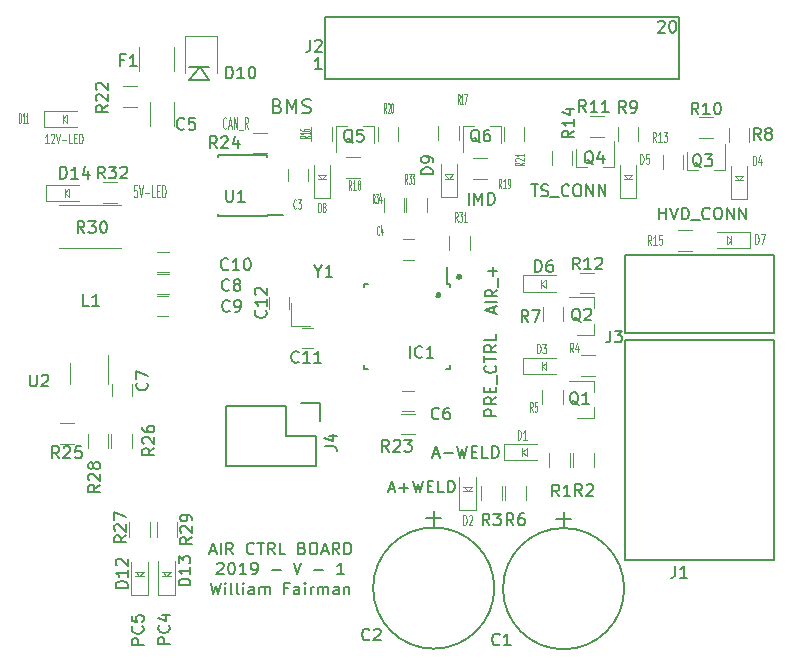
<source format=gto>
G04 #@! TF.GenerationSoftware,KiCad,Pcbnew,5.0.0-fee4fd1~66~ubuntu16.04.1*
G04 #@! TF.CreationDate,2019-02-11T22:50:48-05:00*
G04 #@! TF.ProjectId,AIR_Control_Board,4149525F436F6E74726F6C5F426F6172,rev?*
G04 #@! TF.SameCoordinates,Original*
G04 #@! TF.FileFunction,Legend,Top*
G04 #@! TF.FilePolarity,Positive*
%FSLAX46Y46*%
G04 Gerber Fmt 4.6, Leading zero omitted, Abs format (unit mm)*
G04 Created by KiCad (PCBNEW 5.0.0-fee4fd1~66~ubuntu16.04.1) date Mon Feb 11 22:50:48 2019*
%MOMM*%
%LPD*%
G01*
G04 APERTURE LIST*
%ADD10C,0.150000*%
%ADD11C,0.180000*%
%ADD12C,0.200000*%
%ADD13C,0.125000*%
%ADD14C,0.152400*%
%ADD15C,0.120000*%
%ADD16C,0.100000*%
%ADD17C,0.500000*%
%ADD18C,0.075000*%
G04 APERTURE END LIST*
D10*
X159626965Y-120501706D02*
X160103156Y-120501706D01*
X159531727Y-120787420D02*
X159865060Y-119787420D01*
X160198394Y-120787420D01*
X160531727Y-120406468D02*
X161293632Y-120406468D01*
X161674584Y-119787420D02*
X161912680Y-120787420D01*
X162103156Y-120073135D01*
X162293632Y-120787420D01*
X162531727Y-119787420D01*
X162912680Y-120263611D02*
X163246013Y-120263611D01*
X163388870Y-120787420D02*
X162912680Y-120787420D01*
X162912680Y-119787420D01*
X163388870Y-119787420D01*
X164293632Y-120787420D02*
X163817441Y-120787420D01*
X163817441Y-119787420D01*
X164626965Y-120787420D02*
X164626965Y-119787420D01*
X164865060Y-119787420D01*
X165007918Y-119835040D01*
X165103156Y-119930278D01*
X165150775Y-120025516D01*
X165198394Y-120215992D01*
X165198394Y-120358849D01*
X165150775Y-120549325D01*
X165103156Y-120644563D01*
X165007918Y-120739801D01*
X164865060Y-120787420D01*
X164626965Y-120787420D01*
X155883005Y-123437946D02*
X156359196Y-123437946D01*
X155787767Y-123723660D02*
X156121100Y-122723660D01*
X156454434Y-123723660D01*
X156787767Y-123342708D02*
X157549672Y-123342708D01*
X157168720Y-123723660D02*
X157168720Y-122961756D01*
X157930624Y-122723660D02*
X158168720Y-123723660D01*
X158359196Y-123009375D01*
X158549672Y-123723660D01*
X158787767Y-122723660D01*
X159168720Y-123199851D02*
X159502053Y-123199851D01*
X159644910Y-123723660D02*
X159168720Y-123723660D01*
X159168720Y-122723660D01*
X159644910Y-122723660D01*
X160549672Y-123723660D02*
X160073481Y-123723660D01*
X160073481Y-122723660D01*
X160883005Y-123723660D02*
X160883005Y-122723660D01*
X161121100Y-122723660D01*
X161263958Y-122771280D01*
X161359196Y-122866518D01*
X161406815Y-122961756D01*
X161454434Y-123152232D01*
X161454434Y-123295089D01*
X161406815Y-123485565D01*
X161359196Y-123580803D01*
X161263958Y-123676041D01*
X161121100Y-123723660D01*
X160883005Y-123723660D01*
D11*
X146463531Y-90988525D02*
X146634960Y-91045668D01*
X146692102Y-91102811D01*
X146749245Y-91217097D01*
X146749245Y-91388525D01*
X146692102Y-91502811D01*
X146634960Y-91559954D01*
X146520674Y-91617097D01*
X146063531Y-91617097D01*
X146063531Y-90417097D01*
X146463531Y-90417097D01*
X146577817Y-90474240D01*
X146634960Y-90531382D01*
X146692102Y-90645668D01*
X146692102Y-90759954D01*
X146634960Y-90874240D01*
X146577817Y-90931382D01*
X146463531Y-90988525D01*
X146063531Y-90988525D01*
X147263531Y-91617097D02*
X147263531Y-90417097D01*
X147663531Y-91274240D01*
X148063531Y-90417097D01*
X148063531Y-91617097D01*
X148577817Y-91559954D02*
X148749245Y-91617097D01*
X149034960Y-91617097D01*
X149149245Y-91559954D01*
X149206388Y-91502811D01*
X149263531Y-91388525D01*
X149263531Y-91274240D01*
X149206388Y-91159954D01*
X149149245Y-91102811D01*
X149034960Y-91045668D01*
X148806388Y-90988525D01*
X148692102Y-90931382D01*
X148634960Y-90874240D01*
X148577817Y-90759954D01*
X148577817Y-90645668D01*
X148634960Y-90531382D01*
X148692102Y-90474240D01*
X148806388Y-90417097D01*
X149092102Y-90417097D01*
X149263531Y-90474240D01*
D12*
X162667131Y-99349820D02*
X162667131Y-98349820D01*
X163143321Y-99349820D02*
X163143321Y-98349820D01*
X163476655Y-99064106D01*
X163809988Y-98349820D01*
X163809988Y-99349820D01*
X164286179Y-99349820D02*
X164286179Y-98349820D01*
X164524274Y-98349820D01*
X164667131Y-98397440D01*
X164762369Y-98492678D01*
X164809988Y-98587916D01*
X164857607Y-98778392D01*
X164857607Y-98921249D01*
X164809988Y-99111725D01*
X164762369Y-99206963D01*
X164667131Y-99302201D01*
X164524274Y-99349820D01*
X164286179Y-99349820D01*
D10*
X167946154Y-97643700D02*
X168517582Y-97643700D01*
X168231868Y-98643700D02*
X168231868Y-97643700D01*
X168803297Y-98596081D02*
X168946154Y-98643700D01*
X169184249Y-98643700D01*
X169279487Y-98596081D01*
X169327106Y-98548462D01*
X169374725Y-98453224D01*
X169374725Y-98357986D01*
X169327106Y-98262748D01*
X169279487Y-98215129D01*
X169184249Y-98167510D01*
X168993773Y-98119891D01*
X168898535Y-98072272D01*
X168850916Y-98024653D01*
X168803297Y-97929415D01*
X168803297Y-97834177D01*
X168850916Y-97738939D01*
X168898535Y-97691320D01*
X168993773Y-97643700D01*
X169231868Y-97643700D01*
X169374725Y-97691320D01*
X169565201Y-98738939D02*
X170327106Y-98738939D01*
X171136630Y-98548462D02*
X171089011Y-98596081D01*
X170946154Y-98643700D01*
X170850916Y-98643700D01*
X170708059Y-98596081D01*
X170612820Y-98500843D01*
X170565201Y-98405605D01*
X170517582Y-98215129D01*
X170517582Y-98072272D01*
X170565201Y-97881796D01*
X170612820Y-97786558D01*
X170708059Y-97691320D01*
X170850916Y-97643700D01*
X170946154Y-97643700D01*
X171089011Y-97691320D01*
X171136630Y-97738939D01*
X171755678Y-97643700D02*
X171946154Y-97643700D01*
X172041392Y-97691320D01*
X172136630Y-97786558D01*
X172184249Y-97977034D01*
X172184249Y-98310367D01*
X172136630Y-98500843D01*
X172041392Y-98596081D01*
X171946154Y-98643700D01*
X171755678Y-98643700D01*
X171660440Y-98596081D01*
X171565201Y-98500843D01*
X171517582Y-98310367D01*
X171517582Y-97977034D01*
X171565201Y-97786558D01*
X171660440Y-97691320D01*
X171755678Y-97643700D01*
X172612820Y-98643700D02*
X172612820Y-97643700D01*
X173184249Y-98643700D01*
X173184249Y-97643700D01*
X173660440Y-98643700D02*
X173660440Y-97643700D01*
X174231868Y-98643700D01*
X174231868Y-97643700D01*
X178806933Y-100599500D02*
X178806933Y-99599500D01*
X178806933Y-100075691D02*
X179378361Y-100075691D01*
X179378361Y-100599500D02*
X179378361Y-99599500D01*
X179711695Y-99599500D02*
X180045028Y-100599500D01*
X180378361Y-99599500D01*
X180711695Y-100599500D02*
X180711695Y-99599500D01*
X180949790Y-99599500D01*
X181092647Y-99647120D01*
X181187885Y-99742358D01*
X181235504Y-99837596D01*
X181283123Y-100028072D01*
X181283123Y-100170929D01*
X181235504Y-100361405D01*
X181187885Y-100456643D01*
X181092647Y-100551881D01*
X180949790Y-100599500D01*
X180711695Y-100599500D01*
X181473600Y-100694739D02*
X182235504Y-100694739D01*
X183045028Y-100504262D02*
X182997409Y-100551881D01*
X182854552Y-100599500D01*
X182759314Y-100599500D01*
X182616457Y-100551881D01*
X182521219Y-100456643D01*
X182473600Y-100361405D01*
X182425980Y-100170929D01*
X182425980Y-100028072D01*
X182473600Y-99837596D01*
X182521219Y-99742358D01*
X182616457Y-99647120D01*
X182759314Y-99599500D01*
X182854552Y-99599500D01*
X182997409Y-99647120D01*
X183045028Y-99694739D01*
X183664076Y-99599500D02*
X183854552Y-99599500D01*
X183949790Y-99647120D01*
X184045028Y-99742358D01*
X184092647Y-99932834D01*
X184092647Y-100266167D01*
X184045028Y-100456643D01*
X183949790Y-100551881D01*
X183854552Y-100599500D01*
X183664076Y-100599500D01*
X183568838Y-100551881D01*
X183473600Y-100456643D01*
X183425980Y-100266167D01*
X183425980Y-99932834D01*
X183473600Y-99742358D01*
X183568838Y-99647120D01*
X183664076Y-99599500D01*
X184521219Y-100599500D02*
X184521219Y-99599500D01*
X185092647Y-100599500D01*
X185092647Y-99599500D01*
X185568838Y-100599500D02*
X185568838Y-99599500D01*
X186140266Y-100599500D01*
X186140266Y-99599500D01*
X164784066Y-108498710D02*
X164784066Y-108022520D01*
X165069780Y-108593948D02*
X164069780Y-108260615D01*
X165069780Y-107927281D01*
X165069780Y-107593948D02*
X164069780Y-107593948D01*
X165069780Y-106546329D02*
X164593590Y-106879662D01*
X165069780Y-107117758D02*
X164069780Y-107117758D01*
X164069780Y-106736805D01*
X164117400Y-106641567D01*
X164165019Y-106593948D01*
X164260257Y-106546329D01*
X164403114Y-106546329D01*
X164498352Y-106593948D01*
X164545971Y-106641567D01*
X164593590Y-106736805D01*
X164593590Y-107117758D01*
X165165019Y-106355853D02*
X165165019Y-105593948D01*
X164688828Y-105355853D02*
X164688828Y-104593948D01*
X165069780Y-104974900D02*
X164307876Y-104974900D01*
X164988500Y-117228832D02*
X163988500Y-117228832D01*
X163988500Y-116847880D01*
X164036120Y-116752641D01*
X164083739Y-116705022D01*
X164178977Y-116657403D01*
X164321834Y-116657403D01*
X164417072Y-116705022D01*
X164464691Y-116752641D01*
X164512310Y-116847880D01*
X164512310Y-117228832D01*
X164988500Y-115657403D02*
X164512310Y-115990737D01*
X164988500Y-116228832D02*
X163988500Y-116228832D01*
X163988500Y-115847880D01*
X164036120Y-115752641D01*
X164083739Y-115705022D01*
X164178977Y-115657403D01*
X164321834Y-115657403D01*
X164417072Y-115705022D01*
X164464691Y-115752641D01*
X164512310Y-115847880D01*
X164512310Y-116228832D01*
X164464691Y-115228832D02*
X164464691Y-114895499D01*
X164988500Y-114752641D02*
X164988500Y-115228832D01*
X163988500Y-115228832D01*
X163988500Y-114752641D01*
X165083739Y-114562165D02*
X165083739Y-113800260D01*
X164893262Y-112990737D02*
X164940881Y-113038356D01*
X164988500Y-113181213D01*
X164988500Y-113276451D01*
X164940881Y-113419308D01*
X164845643Y-113514546D01*
X164750405Y-113562165D01*
X164559929Y-113609784D01*
X164417072Y-113609784D01*
X164226596Y-113562165D01*
X164131358Y-113514546D01*
X164036120Y-113419308D01*
X163988500Y-113276451D01*
X163988500Y-113181213D01*
X164036120Y-113038356D01*
X164083739Y-112990737D01*
X163988500Y-112705022D02*
X163988500Y-112133594D01*
X164988500Y-112419308D02*
X163988500Y-112419308D01*
X164988500Y-111228832D02*
X164512310Y-111562165D01*
X164988500Y-111800260D02*
X163988500Y-111800260D01*
X163988500Y-111419308D01*
X164036120Y-111324070D01*
X164083739Y-111276451D01*
X164178977Y-111228832D01*
X164321834Y-111228832D01*
X164417072Y-111276451D01*
X164464691Y-111324070D01*
X164512310Y-111419308D01*
X164512310Y-111800260D01*
X164988500Y-110324070D02*
X164988500Y-110800260D01*
X163988500Y-110800260D01*
D12*
X140749449Y-128672146D02*
X141225640Y-128672146D01*
X140654211Y-128957860D02*
X140987544Y-127957860D01*
X141320878Y-128957860D01*
X141654211Y-128957860D02*
X141654211Y-127957860D01*
X142701830Y-128957860D02*
X142368497Y-128481670D01*
X142130401Y-128957860D02*
X142130401Y-127957860D01*
X142511354Y-127957860D01*
X142606592Y-128005480D01*
X142654211Y-128053099D01*
X142701830Y-128148337D01*
X142701830Y-128291194D01*
X142654211Y-128386432D01*
X142606592Y-128434051D01*
X142511354Y-128481670D01*
X142130401Y-128481670D01*
X144463735Y-128862622D02*
X144416116Y-128910241D01*
X144273259Y-128957860D01*
X144178020Y-128957860D01*
X144035163Y-128910241D01*
X143939925Y-128815003D01*
X143892306Y-128719765D01*
X143844687Y-128529289D01*
X143844687Y-128386432D01*
X143892306Y-128195956D01*
X143939925Y-128100718D01*
X144035163Y-128005480D01*
X144178020Y-127957860D01*
X144273259Y-127957860D01*
X144416116Y-128005480D01*
X144463735Y-128053099D01*
X144749449Y-127957860D02*
X145320878Y-127957860D01*
X145035163Y-128957860D02*
X145035163Y-127957860D01*
X146225640Y-128957860D02*
X145892306Y-128481670D01*
X145654211Y-128957860D02*
X145654211Y-127957860D01*
X146035163Y-127957860D01*
X146130401Y-128005480D01*
X146178020Y-128053099D01*
X146225640Y-128148337D01*
X146225640Y-128291194D01*
X146178020Y-128386432D01*
X146130401Y-128434051D01*
X146035163Y-128481670D01*
X145654211Y-128481670D01*
X147130401Y-128957860D02*
X146654211Y-128957860D01*
X146654211Y-127957860D01*
X148558973Y-128434051D02*
X148701830Y-128481670D01*
X148749449Y-128529289D01*
X148797068Y-128624527D01*
X148797068Y-128767384D01*
X148749449Y-128862622D01*
X148701830Y-128910241D01*
X148606592Y-128957860D01*
X148225640Y-128957860D01*
X148225640Y-127957860D01*
X148558973Y-127957860D01*
X148654211Y-128005480D01*
X148701830Y-128053099D01*
X148749449Y-128148337D01*
X148749449Y-128243575D01*
X148701830Y-128338813D01*
X148654211Y-128386432D01*
X148558973Y-128434051D01*
X148225640Y-128434051D01*
X149416116Y-127957860D02*
X149606592Y-127957860D01*
X149701830Y-128005480D01*
X149797068Y-128100718D01*
X149844687Y-128291194D01*
X149844687Y-128624527D01*
X149797068Y-128815003D01*
X149701830Y-128910241D01*
X149606592Y-128957860D01*
X149416116Y-128957860D01*
X149320878Y-128910241D01*
X149225640Y-128815003D01*
X149178020Y-128624527D01*
X149178020Y-128291194D01*
X149225640Y-128100718D01*
X149320878Y-128005480D01*
X149416116Y-127957860D01*
X150225640Y-128672146D02*
X150701830Y-128672146D01*
X150130401Y-128957860D02*
X150463735Y-127957860D01*
X150797068Y-128957860D01*
X151701830Y-128957860D02*
X151368497Y-128481670D01*
X151130401Y-128957860D02*
X151130401Y-127957860D01*
X151511354Y-127957860D01*
X151606592Y-128005480D01*
X151654211Y-128053099D01*
X151701830Y-128148337D01*
X151701830Y-128291194D01*
X151654211Y-128386432D01*
X151606592Y-128434051D01*
X151511354Y-128481670D01*
X151130401Y-128481670D01*
X152130401Y-128957860D02*
X152130401Y-127957860D01*
X152368497Y-127957860D01*
X152511354Y-128005480D01*
X152606592Y-128100718D01*
X152654211Y-128195956D01*
X152701830Y-128386432D01*
X152701830Y-128529289D01*
X152654211Y-128719765D01*
X152606592Y-128815003D01*
X152511354Y-128910241D01*
X152368497Y-128957860D01*
X152130401Y-128957860D01*
X141344687Y-129753099D02*
X141392306Y-129705480D01*
X141487544Y-129657860D01*
X141725640Y-129657860D01*
X141820878Y-129705480D01*
X141868497Y-129753099D01*
X141916116Y-129848337D01*
X141916116Y-129943575D01*
X141868497Y-130086432D01*
X141297068Y-130657860D01*
X141916116Y-130657860D01*
X142535163Y-129657860D02*
X142630401Y-129657860D01*
X142725640Y-129705480D01*
X142773259Y-129753099D01*
X142820878Y-129848337D01*
X142868497Y-130038813D01*
X142868497Y-130276908D01*
X142820878Y-130467384D01*
X142773259Y-130562622D01*
X142725640Y-130610241D01*
X142630401Y-130657860D01*
X142535163Y-130657860D01*
X142439925Y-130610241D01*
X142392306Y-130562622D01*
X142344687Y-130467384D01*
X142297068Y-130276908D01*
X142297068Y-130038813D01*
X142344687Y-129848337D01*
X142392306Y-129753099D01*
X142439925Y-129705480D01*
X142535163Y-129657860D01*
X143820878Y-130657860D02*
X143249449Y-130657860D01*
X143535163Y-130657860D02*
X143535163Y-129657860D01*
X143439925Y-129800718D01*
X143344687Y-129895956D01*
X143249449Y-129943575D01*
X144297068Y-130657860D02*
X144487544Y-130657860D01*
X144582782Y-130610241D01*
X144630401Y-130562622D01*
X144725640Y-130419765D01*
X144773259Y-130229289D01*
X144773259Y-129848337D01*
X144725640Y-129753099D01*
X144678020Y-129705480D01*
X144582782Y-129657860D01*
X144392306Y-129657860D01*
X144297068Y-129705480D01*
X144249449Y-129753099D01*
X144201830Y-129848337D01*
X144201830Y-130086432D01*
X144249449Y-130181670D01*
X144297068Y-130229289D01*
X144392306Y-130276908D01*
X144582782Y-130276908D01*
X144678020Y-130229289D01*
X144725640Y-130181670D01*
X144773259Y-130086432D01*
X145963735Y-130276908D02*
X146725640Y-130276908D01*
X147820878Y-129657860D02*
X148154211Y-130657860D01*
X148487544Y-129657860D01*
X149582782Y-130276908D02*
X150344687Y-130276908D01*
X152106592Y-130657860D02*
X151535163Y-130657860D01*
X151820878Y-130657860D02*
X151820878Y-129657860D01*
X151725640Y-129800718D01*
X151630401Y-129895956D01*
X151535163Y-129943575D01*
X140797068Y-131357860D02*
X141035163Y-132357860D01*
X141225640Y-131643575D01*
X141416116Y-132357860D01*
X141654211Y-131357860D01*
X142035163Y-132357860D02*
X142035163Y-131691194D01*
X142035163Y-131357860D02*
X141987544Y-131405480D01*
X142035163Y-131453099D01*
X142082782Y-131405480D01*
X142035163Y-131357860D01*
X142035163Y-131453099D01*
X142654211Y-132357860D02*
X142558973Y-132310241D01*
X142511354Y-132215003D01*
X142511354Y-131357860D01*
X143178020Y-132357860D02*
X143082782Y-132310241D01*
X143035163Y-132215003D01*
X143035163Y-131357860D01*
X143558973Y-132357860D02*
X143558973Y-131691194D01*
X143558973Y-131357860D02*
X143511354Y-131405480D01*
X143558973Y-131453099D01*
X143606592Y-131405480D01*
X143558973Y-131357860D01*
X143558973Y-131453099D01*
X144463735Y-132357860D02*
X144463735Y-131834051D01*
X144416116Y-131738813D01*
X144320878Y-131691194D01*
X144130401Y-131691194D01*
X144035163Y-131738813D01*
X144463735Y-132310241D02*
X144368497Y-132357860D01*
X144130401Y-132357860D01*
X144035163Y-132310241D01*
X143987544Y-132215003D01*
X143987544Y-132119765D01*
X144035163Y-132024527D01*
X144130401Y-131976908D01*
X144368497Y-131976908D01*
X144463735Y-131929289D01*
X144939925Y-132357860D02*
X144939925Y-131691194D01*
X144939925Y-131786432D02*
X144987544Y-131738813D01*
X145082782Y-131691194D01*
X145225640Y-131691194D01*
X145320878Y-131738813D01*
X145368497Y-131834051D01*
X145368497Y-132357860D01*
X145368497Y-131834051D02*
X145416116Y-131738813D01*
X145511354Y-131691194D01*
X145654211Y-131691194D01*
X145749449Y-131738813D01*
X145797068Y-131834051D01*
X145797068Y-132357860D01*
X147368497Y-131834051D02*
X147035163Y-131834051D01*
X147035163Y-132357860D02*
X147035163Y-131357860D01*
X147511354Y-131357860D01*
X148320878Y-132357860D02*
X148320878Y-131834051D01*
X148273259Y-131738813D01*
X148178020Y-131691194D01*
X147987544Y-131691194D01*
X147892306Y-131738813D01*
X148320878Y-132310241D02*
X148225640Y-132357860D01*
X147987544Y-132357860D01*
X147892306Y-132310241D01*
X147844687Y-132215003D01*
X147844687Y-132119765D01*
X147892306Y-132024527D01*
X147987544Y-131976908D01*
X148225640Y-131976908D01*
X148320878Y-131929289D01*
X148797068Y-132357860D02*
X148797068Y-131691194D01*
X148797068Y-131357860D02*
X148749449Y-131405480D01*
X148797068Y-131453099D01*
X148844687Y-131405480D01*
X148797068Y-131357860D01*
X148797068Y-131453099D01*
X149273259Y-132357860D02*
X149273259Y-131691194D01*
X149273259Y-131881670D02*
X149320878Y-131786432D01*
X149368497Y-131738813D01*
X149463735Y-131691194D01*
X149558973Y-131691194D01*
X149892306Y-132357860D02*
X149892306Y-131691194D01*
X149892306Y-131786432D02*
X149939925Y-131738813D01*
X150035163Y-131691194D01*
X150178020Y-131691194D01*
X150273259Y-131738813D01*
X150320878Y-131834051D01*
X150320878Y-132357860D01*
X150320878Y-131834051D02*
X150368497Y-131738813D01*
X150463735Y-131691194D01*
X150606592Y-131691194D01*
X150701830Y-131738813D01*
X150749449Y-131834051D01*
X150749449Y-132357860D01*
X151654211Y-132357860D02*
X151654211Y-131834051D01*
X151606592Y-131738813D01*
X151511354Y-131691194D01*
X151320878Y-131691194D01*
X151225640Y-131738813D01*
X151654211Y-132310241D02*
X151558973Y-132357860D01*
X151320878Y-132357860D01*
X151225640Y-132310241D01*
X151178020Y-132215003D01*
X151178020Y-132119765D01*
X151225640Y-132024527D01*
X151320878Y-131976908D01*
X151558973Y-131976908D01*
X151654211Y-131929289D01*
X152130401Y-131691194D02*
X152130401Y-132357860D01*
X152130401Y-131786432D02*
X152178020Y-131738813D01*
X152273259Y-131691194D01*
X152416116Y-131691194D01*
X152511354Y-131738813D01*
X152558973Y-131834051D01*
X152558973Y-132357860D01*
D13*
X134572986Y-97730060D02*
X134334891Y-97730060D01*
X134311081Y-98206251D01*
X134334891Y-98158632D01*
X134382510Y-98111013D01*
X134501558Y-98111013D01*
X134549177Y-98158632D01*
X134572986Y-98206251D01*
X134596796Y-98301489D01*
X134596796Y-98539584D01*
X134572986Y-98634822D01*
X134549177Y-98682441D01*
X134501558Y-98730060D01*
X134382510Y-98730060D01*
X134334891Y-98682441D01*
X134311081Y-98634822D01*
X134739653Y-97730060D02*
X134906320Y-98730060D01*
X135072986Y-97730060D01*
X135239653Y-98349108D02*
X135620605Y-98349108D01*
X136096796Y-98730060D02*
X135858700Y-98730060D01*
X135858700Y-97730060D01*
X136263462Y-98206251D02*
X136430129Y-98206251D01*
X136501558Y-98730060D02*
X136263462Y-98730060D01*
X136263462Y-97730060D01*
X136501558Y-97730060D01*
X136715843Y-98730060D02*
X136715843Y-97730060D01*
X136834891Y-97730060D01*
X136906320Y-97777680D01*
X136953939Y-97872918D01*
X136977748Y-97968156D01*
X137001558Y-98158632D01*
X137001558Y-98301489D01*
X136977748Y-98491965D01*
X136953939Y-98587203D01*
X136906320Y-98682441D01*
X136834891Y-98730060D01*
X136715843Y-98730060D01*
X127089220Y-94159024D02*
X126803506Y-94159024D01*
X126946363Y-94159024D02*
X126946363Y-93359024D01*
X126898744Y-93473310D01*
X126851125Y-93549500D01*
X126803506Y-93587596D01*
X127279697Y-93435215D02*
X127303506Y-93397120D01*
X127351125Y-93359024D01*
X127470173Y-93359024D01*
X127517792Y-93397120D01*
X127541601Y-93435215D01*
X127565411Y-93511405D01*
X127565411Y-93587596D01*
X127541601Y-93701881D01*
X127255887Y-94159024D01*
X127565411Y-94159024D01*
X127708268Y-93359024D02*
X127874935Y-94159024D01*
X128041601Y-93359024D01*
X128208268Y-93854262D02*
X128589220Y-93854262D01*
X129065411Y-94159024D02*
X128827316Y-94159024D01*
X128827316Y-93359024D01*
X129232078Y-93739977D02*
X129398744Y-93739977D01*
X129470173Y-94159024D02*
X129232078Y-94159024D01*
X129232078Y-93359024D01*
X129470173Y-93359024D01*
X129684459Y-94159024D02*
X129684459Y-93359024D01*
X129803506Y-93359024D01*
X129874935Y-93397120D01*
X129922554Y-93473310D01*
X129946363Y-93549500D01*
X129970173Y-93701881D01*
X129970173Y-93816167D01*
X129946363Y-93968548D01*
X129922554Y-94044739D01*
X129874935Y-94120929D01*
X129803506Y-94159024D01*
X129684459Y-94159024D01*
X142128335Y-92838542D02*
X142104525Y-92886161D01*
X142033097Y-92933780D01*
X141985478Y-92933780D01*
X141914049Y-92886161D01*
X141866430Y-92790923D01*
X141842620Y-92695685D01*
X141818811Y-92505209D01*
X141818811Y-92362352D01*
X141842620Y-92171876D01*
X141866430Y-92076638D01*
X141914049Y-91981400D01*
X141985478Y-91933780D01*
X142033097Y-91933780D01*
X142104525Y-91981400D01*
X142128335Y-92029019D01*
X142318811Y-92648066D02*
X142556906Y-92648066D01*
X142271192Y-92933780D02*
X142437859Y-91933780D01*
X142604525Y-92933780D01*
X142771192Y-92933780D02*
X142771192Y-91933780D01*
X143056906Y-92933780D01*
X143056906Y-91933780D01*
X143175954Y-93029019D02*
X143556906Y-93029019D01*
X143961668Y-92933780D02*
X143795001Y-92457590D01*
X143675954Y-92933780D02*
X143675954Y-91933780D01*
X143866430Y-91933780D01*
X143914049Y-91981400D01*
X143937859Y-92029019D01*
X143961668Y-92124257D01*
X143961668Y-92267114D01*
X143937859Y-92362352D01*
X143914049Y-92409971D01*
X143866430Y-92457590D01*
X143675954Y-92457590D01*
D10*
X135128260Y-136620095D02*
X134128260Y-136620095D01*
X134128260Y-136239142D01*
X134175880Y-136143904D01*
X134223499Y-136096285D01*
X134318737Y-136048666D01*
X134461594Y-136048666D01*
X134556832Y-136096285D01*
X134604451Y-136143904D01*
X134652070Y-136239142D01*
X134652070Y-136620095D01*
X135033022Y-135048666D02*
X135080641Y-135096285D01*
X135128260Y-135239142D01*
X135128260Y-135334380D01*
X135080641Y-135477238D01*
X134985403Y-135572476D01*
X134890165Y-135620095D01*
X134699689Y-135667714D01*
X134556832Y-135667714D01*
X134366356Y-135620095D01*
X134271118Y-135572476D01*
X134175880Y-135477238D01*
X134128260Y-135334380D01*
X134128260Y-135239142D01*
X134175880Y-135096285D01*
X134223499Y-135048666D01*
X134128260Y-134143904D02*
X134128260Y-134620095D01*
X134604451Y-134667714D01*
X134556832Y-134620095D01*
X134509213Y-134524857D01*
X134509213Y-134286761D01*
X134556832Y-134191523D01*
X134604451Y-134143904D01*
X134699689Y-134096285D01*
X134937784Y-134096285D01*
X135033022Y-134143904D01*
X135080641Y-134191523D01*
X135128260Y-134286761D01*
X135128260Y-134524857D01*
X135080641Y-134620095D01*
X135033022Y-134667714D01*
X137358380Y-136543895D02*
X136358380Y-136543895D01*
X136358380Y-136162942D01*
X136406000Y-136067704D01*
X136453619Y-136020085D01*
X136548857Y-135972466D01*
X136691714Y-135972466D01*
X136786952Y-136020085D01*
X136834571Y-136067704D01*
X136882190Y-136162942D01*
X136882190Y-136543895D01*
X137263142Y-134972466D02*
X137310761Y-135020085D01*
X137358380Y-135162942D01*
X137358380Y-135258180D01*
X137310761Y-135401038D01*
X137215523Y-135496276D01*
X137120285Y-135543895D01*
X136929809Y-135591514D01*
X136786952Y-135591514D01*
X136596476Y-135543895D01*
X136501238Y-135496276D01*
X136406000Y-135401038D01*
X136358380Y-135258180D01*
X136358380Y-135162942D01*
X136406000Y-135020085D01*
X136453619Y-134972466D01*
X136691714Y-134115323D02*
X137358380Y-134115323D01*
X136310761Y-134353419D02*
X137025047Y-134591514D01*
X137025047Y-133972466D01*
D14*
G04 #@! TO.C,C1*
X175818800Y-131864100D02*
G75*
G03X175818800Y-131864100I-5130800J0D01*
G01*
X171323000Y-125971300D02*
X170053000Y-125971300D01*
X170688000Y-125336300D02*
X170688000Y-126606300D01*
G04 #@! TO.C,C2*
X164820600Y-131813300D02*
G75*
G03X164820600Y-131813300I-5130800J0D01*
G01*
X160324800Y-125920500D02*
X159054800Y-125920500D01*
X159689800Y-125285500D02*
X159689800Y-126555500D01*
D15*
G04 #@! TO.C,R33*
X157387400Y-99992700D02*
X157387400Y-98792700D01*
X159147400Y-98792700D02*
X159147400Y-99992700D01*
D10*
G04 #@! TO.C,U1*
X145552465Y-100255642D02*
X146952465Y-100255642D01*
X145552465Y-95155642D02*
X141402465Y-95155642D01*
X145552465Y-100305642D02*
X141402465Y-100305642D01*
X145552465Y-95155642D02*
X145552465Y-95300642D01*
X141402465Y-95155642D02*
X141402465Y-95300642D01*
X141402465Y-100305642D02*
X141402465Y-100160642D01*
X145552465Y-100305642D02*
X145552465Y-100255642D01*
D15*
G04 #@! TO.C,D1*
X165606500Y-119607100D02*
X168406500Y-119607100D01*
X165606500Y-121007100D02*
X168406500Y-121007100D01*
X165606500Y-119607100D02*
X165606500Y-121007100D01*
D16*
X167206500Y-120307100D02*
X167506500Y-120007100D01*
X167506500Y-120007100D02*
X167556500Y-119957100D01*
X167556500Y-119957100D02*
X167556500Y-120607100D01*
X167556500Y-120657100D02*
X167556500Y-120607100D01*
X167556500Y-120607100D02*
X167556500Y-120657100D01*
X167556500Y-120657100D02*
X167206500Y-120307100D01*
X167206500Y-120307100D02*
X167206500Y-119957100D01*
X167206500Y-120657100D02*
X167206500Y-120307100D01*
D15*
G04 #@! TO.C,D14*
X126868600Y-97648800D02*
X129668600Y-97648800D01*
X126868600Y-99048800D02*
X129668600Y-99048800D01*
X126868600Y-97648800D02*
X126868600Y-99048800D01*
D16*
X128468600Y-98348800D02*
X128768600Y-98048800D01*
X128768600Y-98048800D02*
X128818600Y-97998800D01*
X128818600Y-97998800D02*
X128818600Y-98648800D01*
X128818600Y-98698800D02*
X128818600Y-98648800D01*
X128818600Y-98648800D02*
X128818600Y-98698800D01*
X128818600Y-98698800D02*
X128468600Y-98348800D01*
X128468600Y-98348800D02*
X128468600Y-97998800D01*
X128468600Y-98698800D02*
X128468600Y-98348800D01*
D15*
G04 #@! TO.C,R13*
X180839000Y-95158000D02*
X180839000Y-96358000D01*
X179079000Y-96358000D02*
X179079000Y-95158000D01*
D10*
G04 #@! TO.C,J4*
X147218400Y-121513600D02*
X149758400Y-121513600D01*
X149758400Y-121513600D02*
X149758400Y-118973600D01*
X150038400Y-116153600D02*
X148488400Y-116153600D01*
X142138400Y-121513600D02*
X147218400Y-121513600D01*
X142138400Y-116433600D02*
X142138400Y-121513600D01*
X147218400Y-118973600D02*
X147218400Y-116433600D01*
X149758400Y-118973600D02*
X147218400Y-118973600D01*
X150038400Y-116153600D02*
X150038400Y-117703600D01*
X147218400Y-116433600D02*
X142138400Y-116433600D01*
D15*
G04 #@! TO.C,C4*
X157056200Y-103999400D02*
X158056200Y-103999400D01*
X158056200Y-102299400D02*
X157056200Y-102299400D01*
G04 #@! TO.C,R10*
X183353000Y-93717000D02*
X182153000Y-93717000D01*
X182153000Y-91957000D02*
X183353000Y-91957000D01*
G04 #@! TO.C,R15*
X180375000Y-101482000D02*
X181575000Y-101482000D01*
X181575000Y-103242000D02*
X180375000Y-103242000D01*
G04 #@! TO.C,R16*
X151057500Y-92742500D02*
X151057500Y-93942500D01*
X149297500Y-93942500D02*
X149297500Y-92742500D01*
G04 #@! TO.C,R14*
X171441000Y-94838000D02*
X171441000Y-96038000D01*
X169681000Y-96038000D02*
X169681000Y-94838000D01*
G04 #@! TO.C,C8*
X136237600Y-106920400D02*
X137237600Y-106920400D01*
X137237600Y-105220400D02*
X136237600Y-105220400D01*
G04 #@! TO.C,Q2*
X173289500Y-110355500D02*
X171829500Y-110355500D01*
X173289500Y-107195500D02*
X171129500Y-107195500D01*
X173289500Y-107195500D02*
X173289500Y-108125500D01*
X173289500Y-110355500D02*
X173289500Y-109425500D01*
G04 #@! TO.C,R22*
X134559600Y-91050000D02*
X133359600Y-91050000D01*
X133359600Y-89290000D02*
X134559600Y-89290000D01*
G04 #@! TO.C,R29*
X137989200Y-126257800D02*
X137989200Y-127457800D01*
X136229200Y-127457800D02*
X136229200Y-126257800D01*
G04 #@! TO.C,R31*
X162728800Y-101965200D02*
X162728800Y-103165200D01*
X160968800Y-103165200D02*
X160968800Y-101965200D01*
G04 #@! TO.C,D3*
X167280000Y-112330000D02*
X170080000Y-112330000D01*
X167280000Y-113730000D02*
X170080000Y-113730000D01*
X167280000Y-112330000D02*
X167280000Y-113730000D01*
D16*
X168880000Y-113030000D02*
X169180000Y-112730000D01*
X169180000Y-112730000D02*
X169230000Y-112680000D01*
X169230000Y-112680000D02*
X169230000Y-113330000D01*
X169230000Y-113380000D02*
X169230000Y-113330000D01*
X169230000Y-113330000D02*
X169230000Y-113380000D01*
X169230000Y-113380000D02*
X168880000Y-113030000D01*
X168880000Y-113030000D02*
X168880000Y-112680000D01*
X168880000Y-113380000D02*
X168880000Y-113030000D01*
D15*
G04 #@! TO.C,R25*
X129225600Y-119599600D02*
X128025600Y-119599600D01*
X128025600Y-117839600D02*
X129225600Y-117839600D01*
G04 #@! TO.C,D9*
X160272500Y-98744000D02*
X160272500Y-95944000D01*
X161672500Y-98744000D02*
X161672500Y-95944000D01*
X160272500Y-98744000D02*
X161672500Y-98744000D01*
D16*
X160972500Y-97144000D02*
X160672500Y-96844000D01*
X160672500Y-96844000D02*
X160622500Y-96794000D01*
X160622500Y-96794000D02*
X161272500Y-96794000D01*
X161322500Y-96794000D02*
X161272500Y-96794000D01*
X161272500Y-96794000D02*
X161322500Y-96794000D01*
X161322500Y-96794000D02*
X160972500Y-97144000D01*
X160972500Y-97144000D02*
X160622500Y-97144000D01*
X161322500Y-97144000D02*
X160972500Y-97144000D01*
D15*
G04 #@! TO.C,R23*
X158130800Y-118799500D02*
X156930800Y-118799500D01*
X156930800Y-117039500D02*
X158130800Y-117039500D01*
G04 #@! TO.C,R19*
X163039500Y-95386000D02*
X164239500Y-95386000D01*
X164239500Y-97146000D02*
X163039500Y-97146000D01*
G04 #@! TO.C,Q5*
X154615000Y-92712000D02*
X154615000Y-94172000D01*
X151455000Y-92712000D02*
X151455000Y-94872000D01*
X151455000Y-92712000D02*
X152385000Y-92712000D01*
X154615000Y-92712000D02*
X153685000Y-92712000D01*
G04 #@! TO.C,R26*
X132368400Y-119929200D02*
X132368400Y-118729200D01*
X134128400Y-118729200D02*
X134128400Y-119929200D01*
G04 #@! TO.C,R21*
X167377000Y-92745000D02*
X167377000Y-93945000D01*
X165617000Y-93945000D02*
X165617000Y-92745000D01*
G04 #@! TO.C,R24*
X145583200Y-95012400D02*
X144383200Y-95012400D01*
X144383200Y-93252400D02*
X145583200Y-93252400D01*
G04 #@! TO.C,D10*
X141338300Y-85064600D02*
X141338300Y-88239600D01*
X138671300Y-85064600D02*
X138671300Y-88239600D01*
X141338300Y-85064600D02*
X138671300Y-85064600D01*
D12*
X140704800Y-87739600D02*
X139004800Y-87739600D01*
X139904800Y-87739600D02*
X140704800Y-88839600D01*
X140704800Y-88839600D02*
X139004800Y-88839600D01*
X139004800Y-88839600D02*
X139904800Y-87739600D01*
D15*
G04 #@! TO.C,D11*
X126690800Y-91400400D02*
X129490800Y-91400400D01*
X126690800Y-92800400D02*
X129490800Y-92800400D01*
X126690800Y-91400400D02*
X126690800Y-92800400D01*
D16*
X128290800Y-92100400D02*
X128590800Y-91800400D01*
X128590800Y-91800400D02*
X128640800Y-91750400D01*
X128640800Y-91750400D02*
X128640800Y-92400400D01*
X128640800Y-92450400D02*
X128640800Y-92400400D01*
X128640800Y-92400400D02*
X128640800Y-92450400D01*
X128640800Y-92450400D02*
X128290800Y-92100400D01*
X128290800Y-92100400D02*
X128290800Y-91750400D01*
X128290800Y-92450400D02*
X128290800Y-92100400D01*
D15*
G04 #@! TO.C,Q1*
X173289500Y-117404000D02*
X171829500Y-117404000D01*
X173289500Y-114244000D02*
X171129500Y-114244000D01*
X173289500Y-114244000D02*
X173289500Y-115174000D01*
X173289500Y-117404000D02*
X173289500Y-116474000D01*
G04 #@! TO.C,D12*
X134072400Y-132381400D02*
X134072400Y-129581400D01*
X135472400Y-132381400D02*
X135472400Y-129581400D01*
X134072400Y-132381400D02*
X135472400Y-132381400D01*
D16*
X134772400Y-130781400D02*
X134472400Y-130481400D01*
X134472400Y-130481400D02*
X134422400Y-130431400D01*
X134422400Y-130431400D02*
X135072400Y-130431400D01*
X135122400Y-130431400D02*
X135072400Y-130431400D01*
X135072400Y-130431400D02*
X135122400Y-130431400D01*
X135122400Y-130431400D02*
X134772400Y-130781400D01*
X134772400Y-130781400D02*
X134422400Y-130781400D01*
X135122400Y-130781400D02*
X134772400Y-130781400D01*
D15*
G04 #@! TO.C,D8*
X149541000Y-98785000D02*
X149541000Y-95985000D01*
X150941000Y-98785000D02*
X150941000Y-95985000D01*
X149541000Y-98785000D02*
X150941000Y-98785000D01*
D16*
X150241000Y-97185000D02*
X149941000Y-96885000D01*
X149941000Y-96885000D02*
X149891000Y-96835000D01*
X149891000Y-96835000D02*
X150541000Y-96835000D01*
X150591000Y-96835000D02*
X150541000Y-96835000D01*
X150541000Y-96835000D02*
X150591000Y-96835000D01*
X150591000Y-96835000D02*
X150241000Y-97185000D01*
X150241000Y-97185000D02*
X149891000Y-97185000D01*
X150591000Y-97185000D02*
X150241000Y-97185000D01*
D15*
G04 #@! TO.C,R34*
X155457000Y-99977500D02*
X155457000Y-98777500D01*
X157217000Y-98777500D02*
X157217000Y-99977500D01*
G04 #@! TO.C,R11*
X174082000Y-93590000D02*
X172882000Y-93590000D01*
X172882000Y-91830000D02*
X174082000Y-91830000D01*
G04 #@! TO.C,R6*
X167491300Y-123186900D02*
X167491300Y-124386900D01*
X165731300Y-124386900D02*
X165731300Y-123186900D01*
G04 #@! TO.C,R1*
X171225100Y-120392900D02*
X171225100Y-121592900D01*
X169465100Y-121592900D02*
X169465100Y-120392900D01*
G04 #@! TO.C,R7*
X170679000Y-107987500D02*
X170679000Y-109187500D01*
X168919000Y-109187500D02*
X168919000Y-107987500D01*
G04 #@! TO.C,R27*
X135652400Y-126257800D02*
X135652400Y-127457800D01*
X133892400Y-127457800D02*
X133892400Y-126257800D01*
G04 #@! TO.C,D5*
X175449000Y-98785000D02*
X175449000Y-95985000D01*
X176849000Y-98785000D02*
X176849000Y-95985000D01*
X175449000Y-98785000D02*
X176849000Y-98785000D01*
D16*
X176149000Y-97185000D02*
X175849000Y-96885000D01*
X175849000Y-96885000D02*
X175799000Y-96835000D01*
X175799000Y-96835000D02*
X176449000Y-96835000D01*
X176499000Y-96835000D02*
X176449000Y-96835000D01*
X176449000Y-96835000D02*
X176499000Y-96835000D01*
X176499000Y-96835000D02*
X176149000Y-97185000D01*
X176149000Y-97185000D02*
X175799000Y-97185000D01*
X176499000Y-97185000D02*
X176149000Y-97185000D01*
D15*
G04 #@! TO.C,R17*
X161852500Y-92679000D02*
X161852500Y-93879000D01*
X160092500Y-93879000D02*
X160092500Y-92679000D01*
G04 #@! TO.C,R18*
X152244500Y-95322500D02*
X153444500Y-95322500D01*
X153444500Y-97082500D02*
X152244500Y-97082500D01*
D10*
G04 #@! TO.C,IC1*
X160816500Y-106039500D02*
X160816500Y-104614500D01*
X161041500Y-113289500D02*
X161041500Y-112964500D01*
X153791500Y-113289500D02*
X153791500Y-112964500D01*
X153791500Y-106039500D02*
X153791500Y-106364500D01*
X161041500Y-106039500D02*
X161041500Y-106364500D01*
X153791500Y-106039500D02*
X154116500Y-106039500D01*
X153791500Y-113289500D02*
X154116500Y-113289500D01*
X161041500Y-113289500D02*
X160716500Y-113289500D01*
X161041500Y-106039500D02*
X160816500Y-106039500D01*
D17*
X161861500Y-105448100D02*
G75*
G03X161861500Y-105448100I-50800J0D01*
G01*
X160108900Y-106997500D02*
G75*
G03X160108900Y-106997500I-50800J0D01*
G01*
D15*
G04 #@! TO.C,D13*
X136358400Y-132363800D02*
X136358400Y-129563800D01*
X137758400Y-132363800D02*
X137758400Y-129563800D01*
X136358400Y-132363800D02*
X137758400Y-132363800D01*
D16*
X137058400Y-130763800D02*
X136758400Y-130463800D01*
X136758400Y-130463800D02*
X136708400Y-130413800D01*
X136708400Y-130413800D02*
X137358400Y-130413800D01*
X137408400Y-130413800D02*
X137358400Y-130413800D01*
X137358400Y-130413800D02*
X137408400Y-130413800D01*
X137408400Y-130413800D02*
X137058400Y-130763800D01*
X137058400Y-130763800D02*
X136708400Y-130763800D01*
X137408400Y-130763800D02*
X137058400Y-130763800D01*
D15*
G04 #@! TO.C,R28*
X130387200Y-119929200D02*
X130387200Y-118729200D01*
X132147200Y-118729200D02*
X132147200Y-119929200D01*
G04 #@! TO.C,D6*
X167216500Y-105345000D02*
X170016500Y-105345000D01*
X167216500Y-106745000D02*
X170016500Y-106745000D01*
X167216500Y-105345000D02*
X167216500Y-106745000D01*
D16*
X168816500Y-106045000D02*
X169116500Y-105745000D01*
X169116500Y-105745000D02*
X169166500Y-105695000D01*
X169166500Y-105695000D02*
X169166500Y-106345000D01*
X169166500Y-106395000D02*
X169166500Y-106345000D01*
X169166500Y-106345000D02*
X169166500Y-106395000D01*
X169166500Y-106395000D02*
X168816500Y-106045000D01*
X168816500Y-106045000D02*
X168816500Y-105695000D01*
X168816500Y-106395000D02*
X168816500Y-106045000D01*
D15*
G04 #@! TO.C,Q3*
X181173000Y-96391000D02*
X181173000Y-94931000D01*
X184333000Y-96391000D02*
X184333000Y-94231000D01*
X184333000Y-96391000D02*
X183403000Y-96391000D01*
X181173000Y-96391000D02*
X182103000Y-96391000D01*
D16*
G04 #@! TO.C,Y1*
X147612400Y-109662800D02*
X149212400Y-109662800D01*
X147612400Y-109662800D02*
X147612400Y-107662800D01*
D15*
G04 #@! TO.C,R32*
X132918800Y-99178000D02*
X131718800Y-99178000D01*
X131718800Y-97418000D02*
X132918800Y-97418000D01*
G04 #@! TO.C,R20*
X156709000Y-92745000D02*
X156709000Y-93945000D01*
X154949000Y-93945000D02*
X154949000Y-92745000D01*
G04 #@! TO.C,Q6*
X165346500Y-92712000D02*
X165346500Y-94172000D01*
X162186500Y-92712000D02*
X162186500Y-94872000D01*
X162186500Y-92712000D02*
X163116500Y-92712000D01*
X165346500Y-92712000D02*
X164416500Y-92712000D01*
G04 #@! TO.C,C6*
X157043500Y-116851800D02*
X158043500Y-116851800D01*
X158043500Y-115151800D02*
X157043500Y-115151800D01*
G04 #@! TO.C,D4*
X184847000Y-98871000D02*
X184847000Y-96071000D01*
X186247000Y-98871000D02*
X186247000Y-96071000D01*
X184847000Y-98871000D02*
X186247000Y-98871000D01*
D16*
X185547000Y-97271000D02*
X185247000Y-96971000D01*
X185247000Y-96971000D02*
X185197000Y-96921000D01*
X185197000Y-96921000D02*
X185847000Y-96921000D01*
X185897000Y-96921000D02*
X185847000Y-96921000D01*
X185847000Y-96921000D02*
X185897000Y-96921000D01*
X185897000Y-96921000D02*
X185547000Y-97271000D01*
X185547000Y-97271000D02*
X185197000Y-97271000D01*
X185897000Y-97271000D02*
X185547000Y-97271000D01*
D15*
G04 #@! TO.C,R8*
X186427000Y-92872000D02*
X186427000Y-94072000D01*
X184667000Y-94072000D02*
X184667000Y-92872000D01*
G04 #@! TO.C,Q4*
X171775000Y-96137000D02*
X171775000Y-94677000D01*
X174935000Y-96137000D02*
X174935000Y-93977000D01*
X174935000Y-96137000D02*
X174005000Y-96137000D01*
X171775000Y-96137000D02*
X172705000Y-96137000D01*
G04 #@! TO.C,C9*
X136228200Y-108800000D02*
X137228200Y-108800000D01*
X137228200Y-107100000D02*
X136228200Y-107100000D01*
G04 #@! TO.C,C10*
X136253600Y-105040800D02*
X137253600Y-105040800D01*
X137253600Y-103340800D02*
X136253600Y-103340800D01*
G04 #@! TO.C,C11*
X149512400Y-109792400D02*
X148512400Y-109792400D01*
X148512400Y-111492400D02*
X149512400Y-111492400D01*
G04 #@! TO.C,C12*
X145758800Y-107161200D02*
X145758800Y-108161200D01*
X147458800Y-108161200D02*
X147458800Y-107161200D01*
G04 #@! TO.C,D2*
X161860000Y-125185400D02*
X161860000Y-122385400D01*
X163260000Y-125185400D02*
X163260000Y-122385400D01*
X161860000Y-125185400D02*
X163260000Y-125185400D01*
D16*
X162560000Y-123585400D02*
X162260000Y-123285400D01*
X162260000Y-123285400D02*
X162210000Y-123235400D01*
X162210000Y-123235400D02*
X162860000Y-123235400D01*
X162910000Y-123235400D02*
X162860000Y-123235400D01*
X162860000Y-123235400D02*
X162910000Y-123235400D01*
X162910000Y-123235400D02*
X162560000Y-123585400D01*
X162560000Y-123585400D02*
X162210000Y-123585400D01*
X162910000Y-123585400D02*
X162560000Y-123585400D01*
D15*
G04 #@! TO.C,F1*
X137674800Y-86020400D02*
X137674800Y-88020400D01*
X134714800Y-88020400D02*
X134714800Y-86020400D01*
G04 #@! TO.C,R2*
X173244400Y-120380200D02*
X173244400Y-121580200D01*
X171484400Y-121580200D02*
X171484400Y-120380200D01*
G04 #@! TO.C,R3*
X165459300Y-123184400D02*
X165459300Y-124384400D01*
X163699300Y-124384400D02*
X163699300Y-123184400D01*
G04 #@! TO.C,R12*
X173254000Y-106861500D02*
X172054000Y-106861500D01*
X172054000Y-105101500D02*
X173254000Y-105101500D01*
G04 #@! TO.C,U2*
X132115200Y-114539600D02*
X132115200Y-112089600D01*
X128895200Y-112739600D02*
X128895200Y-114539600D01*
G04 #@! TO.C,C7*
X134123800Y-115520600D02*
X134123800Y-114520600D01*
X132423800Y-114520600D02*
X132423800Y-115520600D01*
G04 #@! TO.C,R4*
X173320000Y-113846500D02*
X172120000Y-113846500D01*
X172120000Y-112086500D02*
X173320000Y-112086500D01*
G04 #@! TO.C,R5*
X170615500Y-115033500D02*
X170615500Y-116233500D01*
X168855500Y-116233500D02*
X168855500Y-115033500D01*
D10*
G04 #@! TO.C,J1*
X175895000Y-110820200D02*
X175895000Y-129463800D01*
X188493400Y-110820200D02*
X188493400Y-129463800D01*
X188496000Y-110817000D02*
X175896000Y-110817000D01*
X188496000Y-129467000D02*
X175896000Y-129467000D01*
G04 #@! TO.C,J3*
X175869600Y-103606600D02*
X175869600Y-110261400D01*
X188493400Y-103606600D02*
X188493400Y-110261400D01*
X188496000Y-103609000D02*
X175896000Y-103609000D01*
X175896000Y-110259000D02*
X188496000Y-110259000D01*
D15*
G04 #@! TO.C,C3*
X147359000Y-96359600D02*
X147359000Y-97359600D01*
X149059000Y-97359600D02*
X149059000Y-96359600D01*
G04 #@! TO.C,C5*
X135632000Y-90670000D02*
X135632000Y-92670000D01*
X137672000Y-92670000D02*
X137672000Y-90670000D01*
G04 #@! TO.C,D7*
X186501000Y-103062000D02*
X183701000Y-103062000D01*
X186501000Y-101662000D02*
X183701000Y-101662000D01*
X186501000Y-103062000D02*
X186501000Y-101662000D01*
D16*
X184901000Y-102362000D02*
X184601000Y-102662000D01*
X184601000Y-102662000D02*
X184551000Y-102712000D01*
X184551000Y-102712000D02*
X184551000Y-102062000D01*
X184551000Y-102012000D02*
X184551000Y-102062000D01*
X184551000Y-102062000D02*
X184551000Y-102012000D01*
X184551000Y-102012000D02*
X184901000Y-102362000D01*
X184901000Y-102362000D02*
X184901000Y-102712000D01*
X184901000Y-102012000D02*
X184901000Y-102362000D01*
D15*
G04 #@! TO.C,R9*
X177029000Y-92745000D02*
X177029000Y-93945000D01*
X175269000Y-93945000D02*
X175269000Y-92745000D01*
G04 #@! TO.C,R30*
X133206800Y-103064400D02*
X128006800Y-103064400D01*
X128006800Y-99424400D02*
X133206800Y-99424400D01*
D10*
G04 #@! TO.C,J2*
X180486000Y-88756000D02*
X180486000Y-83456000D01*
X150476000Y-88756000D02*
X150476000Y-83456000D01*
X180486000Y-88756000D02*
X150476000Y-88756000D01*
X180486000Y-83456000D02*
X150476000Y-83456000D01*
G04 #@! TO.C,C1*
X165263533Y-136577342D02*
X165215914Y-136624961D01*
X165073057Y-136672580D01*
X164977819Y-136672580D01*
X164834961Y-136624961D01*
X164739723Y-136529723D01*
X164692104Y-136434485D01*
X164644485Y-136244009D01*
X164644485Y-136101152D01*
X164692104Y-135910676D01*
X164739723Y-135815438D01*
X164834961Y-135720200D01*
X164977819Y-135672580D01*
X165073057Y-135672580D01*
X165215914Y-135720200D01*
X165263533Y-135767819D01*
X166215914Y-136672580D02*
X165644485Y-136672580D01*
X165930200Y-136672580D02*
X165930200Y-135672580D01*
X165834961Y-135815438D01*
X165739723Y-135910676D01*
X165644485Y-135958295D01*
G04 #@! TO.C,C2*
X154252633Y-136145542D02*
X154205014Y-136193161D01*
X154062157Y-136240780D01*
X153966919Y-136240780D01*
X153824061Y-136193161D01*
X153728823Y-136097923D01*
X153681204Y-136002685D01*
X153633585Y-135812209D01*
X153633585Y-135669352D01*
X153681204Y-135478876D01*
X153728823Y-135383638D01*
X153824061Y-135288400D01*
X153966919Y-135240780D01*
X154062157Y-135240780D01*
X154205014Y-135288400D01*
X154252633Y-135336019D01*
X154633585Y-135336019D02*
X154681204Y-135288400D01*
X154776442Y-135240780D01*
X155014538Y-135240780D01*
X155109776Y-135288400D01*
X155157395Y-135336019D01*
X155205014Y-135431257D01*
X155205014Y-135526495D01*
X155157395Y-135669352D01*
X154585966Y-136240780D01*
X155205014Y-136240780D01*
G04 #@! TO.C,R33*
D18*
X157470022Y-97577864D02*
X157370022Y-97196912D01*
X157298594Y-97577864D02*
X157298594Y-96777864D01*
X157412880Y-96777864D01*
X157441451Y-96815960D01*
X157455737Y-96854055D01*
X157470022Y-96930245D01*
X157470022Y-97044531D01*
X157455737Y-97120721D01*
X157441451Y-97158817D01*
X157412880Y-97196912D01*
X157298594Y-97196912D01*
X157570022Y-96777864D02*
X157755737Y-96777864D01*
X157655737Y-97082626D01*
X157698594Y-97082626D01*
X157727165Y-97120721D01*
X157741451Y-97158817D01*
X157755737Y-97235007D01*
X157755737Y-97425483D01*
X157741451Y-97501674D01*
X157727165Y-97539769D01*
X157698594Y-97577864D01*
X157612880Y-97577864D01*
X157584308Y-97539769D01*
X157570022Y-97501674D01*
X157855737Y-96777864D02*
X158041451Y-96777864D01*
X157941451Y-97082626D01*
X157984308Y-97082626D01*
X158012880Y-97120721D01*
X158027165Y-97158817D01*
X158041451Y-97235007D01*
X158041451Y-97425483D01*
X158027165Y-97501674D01*
X158012880Y-97539769D01*
X157984308Y-97577864D01*
X157898594Y-97577864D01*
X157870022Y-97539769D01*
X157855737Y-97501674D01*
G04 #@! TO.C,U1*
D10*
X142113095Y-98100900D02*
X142113095Y-98910424D01*
X142160714Y-99005662D01*
X142208333Y-99053281D01*
X142303571Y-99100900D01*
X142494047Y-99100900D01*
X142589285Y-99053281D01*
X142636904Y-99005662D01*
X142684523Y-98910424D01*
X142684523Y-98100900D01*
X143684523Y-99100900D02*
X143113095Y-99100900D01*
X143398809Y-99100900D02*
X143398809Y-98100900D01*
X143303571Y-98243758D01*
X143208333Y-98338996D01*
X143113095Y-98386615D01*
G04 #@! TO.C,D1*
D13*
X166798512Y-119238984D02*
X166798512Y-118438984D01*
X166917560Y-118438984D01*
X166988988Y-118477080D01*
X167036607Y-118553270D01*
X167060417Y-118629460D01*
X167084226Y-118781841D01*
X167084226Y-118896127D01*
X167060417Y-119048508D01*
X167036607Y-119124699D01*
X166988988Y-119200889D01*
X166917560Y-119238984D01*
X166798512Y-119238984D01*
X167560417Y-119238984D02*
X167274702Y-119238984D01*
X167417560Y-119238984D02*
X167417560Y-118438984D01*
X167369940Y-118553270D01*
X167322321Y-118629460D01*
X167274702Y-118667556D01*
G04 #@! TO.C,D14*
D10*
X128066634Y-97140020D02*
X128066634Y-96140020D01*
X128304729Y-96140020D01*
X128447586Y-96187640D01*
X128542824Y-96282878D01*
X128590443Y-96378116D01*
X128638062Y-96568592D01*
X128638062Y-96711449D01*
X128590443Y-96901925D01*
X128542824Y-96997163D01*
X128447586Y-97092401D01*
X128304729Y-97140020D01*
X128066634Y-97140020D01*
X129590443Y-97140020D02*
X129019015Y-97140020D01*
X129304729Y-97140020D02*
X129304729Y-96140020D01*
X129209491Y-96282878D01*
X129114253Y-96378116D01*
X129019015Y-96425735D01*
X130447586Y-96473354D02*
X130447586Y-97140020D01*
X130209491Y-96092401D02*
X129971396Y-96806687D01*
X130590443Y-96806687D01*
G04 #@! TO.C,R13*
D13*
X178504731Y-94016784D02*
X178338064Y-93635832D01*
X178219017Y-94016784D02*
X178219017Y-93216784D01*
X178409493Y-93216784D01*
X178457112Y-93254880D01*
X178480921Y-93292975D01*
X178504731Y-93369165D01*
X178504731Y-93483451D01*
X178480921Y-93559641D01*
X178457112Y-93597737D01*
X178409493Y-93635832D01*
X178219017Y-93635832D01*
X178980921Y-94016784D02*
X178695207Y-94016784D01*
X178838064Y-94016784D02*
X178838064Y-93216784D01*
X178790445Y-93331070D01*
X178742826Y-93407260D01*
X178695207Y-93445356D01*
X179147588Y-93216784D02*
X179457112Y-93216784D01*
X179290445Y-93521546D01*
X179361874Y-93521546D01*
X179409493Y-93559641D01*
X179433302Y-93597737D01*
X179457112Y-93673927D01*
X179457112Y-93864403D01*
X179433302Y-93940594D01*
X179409493Y-93978689D01*
X179361874Y-94016784D01*
X179219017Y-94016784D01*
X179171398Y-93978689D01*
X179147588Y-93940594D01*
G04 #@! TO.C,J4*
D10*
X150480780Y-119814933D02*
X151195066Y-119814933D01*
X151337923Y-119862552D01*
X151433161Y-119957790D01*
X151480780Y-120100647D01*
X151480780Y-120195885D01*
X150814114Y-118910171D02*
X151480780Y-118910171D01*
X150433161Y-119148266D02*
X151147447Y-119386361D01*
X151147447Y-118767314D01*
G04 #@! TO.C,C4*
D18*
X155077960Y-101855234D02*
X155063674Y-101893329D01*
X155020817Y-101931424D01*
X154992245Y-101931424D01*
X154949388Y-101893329D01*
X154920817Y-101817139D01*
X154906531Y-101740948D01*
X154892245Y-101588567D01*
X154892245Y-101474281D01*
X154906531Y-101321900D01*
X154920817Y-101245710D01*
X154949388Y-101169520D01*
X154992245Y-101131424D01*
X155020817Y-101131424D01*
X155063674Y-101169520D01*
X155077960Y-101207615D01*
X155335102Y-101398091D02*
X155335102Y-101931424D01*
X155263674Y-101093329D02*
X155192245Y-101664758D01*
X155377960Y-101664758D01*
G04 #@! TO.C,R10*
D10*
X182110142Y-91714580D02*
X181776809Y-91238390D01*
X181538714Y-91714580D02*
X181538714Y-90714580D01*
X181919666Y-90714580D01*
X182014904Y-90762200D01*
X182062523Y-90809819D01*
X182110142Y-90905057D01*
X182110142Y-91047914D01*
X182062523Y-91143152D01*
X182014904Y-91190771D01*
X181919666Y-91238390D01*
X181538714Y-91238390D01*
X183062523Y-91714580D02*
X182491095Y-91714580D01*
X182776809Y-91714580D02*
X182776809Y-90714580D01*
X182681571Y-90857438D01*
X182586333Y-90952676D01*
X182491095Y-91000295D01*
X183681571Y-90714580D02*
X183776809Y-90714580D01*
X183872047Y-90762200D01*
X183919666Y-90809819D01*
X183967285Y-90905057D01*
X184014904Y-91095533D01*
X184014904Y-91333628D01*
X183967285Y-91524104D01*
X183919666Y-91619342D01*
X183872047Y-91666961D01*
X183776809Y-91714580D01*
X183681571Y-91714580D01*
X183586333Y-91666961D01*
X183538714Y-91619342D01*
X183491095Y-91524104D01*
X183443476Y-91333628D01*
X183443476Y-91095533D01*
X183491095Y-90905057D01*
X183538714Y-90809819D01*
X183586333Y-90762200D01*
X183681571Y-90714580D01*
G04 #@! TO.C,R15*
D13*
X178103411Y-102734064D02*
X177936744Y-102353112D01*
X177817697Y-102734064D02*
X177817697Y-101934064D01*
X178008173Y-101934064D01*
X178055792Y-101972160D01*
X178079601Y-102010255D01*
X178103411Y-102086445D01*
X178103411Y-102200731D01*
X178079601Y-102276921D01*
X178055792Y-102315017D01*
X178008173Y-102353112D01*
X177817697Y-102353112D01*
X178579601Y-102734064D02*
X178293887Y-102734064D01*
X178436744Y-102734064D02*
X178436744Y-101934064D01*
X178389125Y-102048350D01*
X178341506Y-102124540D01*
X178293887Y-102162636D01*
X179031982Y-101934064D02*
X178793887Y-101934064D01*
X178770078Y-102315017D01*
X178793887Y-102276921D01*
X178841506Y-102238826D01*
X178960554Y-102238826D01*
X179008173Y-102276921D01*
X179031982Y-102315017D01*
X179055792Y-102391207D01*
X179055792Y-102581683D01*
X179031982Y-102657874D01*
X179008173Y-102695969D01*
X178960554Y-102734064D01*
X178841506Y-102734064D01*
X178793887Y-102695969D01*
X178770078Y-102657874D01*
G04 #@! TO.C,R16*
D18*
X149190664Y-93517537D02*
X148809712Y-93617537D01*
X149190664Y-93688965D02*
X148390664Y-93688965D01*
X148390664Y-93574680D01*
X148428760Y-93546108D01*
X148466855Y-93531822D01*
X148543045Y-93517537D01*
X148657331Y-93517537D01*
X148733521Y-93531822D01*
X148771617Y-93546108D01*
X148809712Y-93574680D01*
X148809712Y-93688965D01*
X149190664Y-93231822D02*
X149190664Y-93403251D01*
X149190664Y-93317537D02*
X148390664Y-93317537D01*
X148504950Y-93346108D01*
X148581140Y-93374680D01*
X148619236Y-93403251D01*
X148390664Y-92974680D02*
X148390664Y-93031822D01*
X148428760Y-93060394D01*
X148466855Y-93074680D01*
X148581140Y-93103251D01*
X148733521Y-93117537D01*
X149038283Y-93117537D01*
X149114474Y-93103251D01*
X149152569Y-93088965D01*
X149190664Y-93060394D01*
X149190664Y-93003251D01*
X149152569Y-92974680D01*
X149114474Y-92960394D01*
X149038283Y-92946108D01*
X148847807Y-92946108D01*
X148771617Y-92960394D01*
X148733521Y-92974680D01*
X148695426Y-93003251D01*
X148695426Y-93060394D01*
X148733521Y-93088965D01*
X148771617Y-93103251D01*
X148847807Y-93117537D01*
G04 #@! TO.C,R14*
D10*
X171567100Y-93083617D02*
X171090910Y-93416950D01*
X171567100Y-93655045D02*
X170567100Y-93655045D01*
X170567100Y-93274093D01*
X170614720Y-93178855D01*
X170662339Y-93131236D01*
X170757577Y-93083617D01*
X170900434Y-93083617D01*
X170995672Y-93131236D01*
X171043291Y-93178855D01*
X171090910Y-93274093D01*
X171090910Y-93655045D01*
X171567100Y-92131236D02*
X171567100Y-92702664D01*
X171567100Y-92416950D02*
X170567100Y-92416950D01*
X170709958Y-92512188D01*
X170805196Y-92607426D01*
X170852815Y-92702664D01*
X170900434Y-91274093D02*
X171567100Y-91274093D01*
X170519481Y-91512188D02*
X171233767Y-91750283D01*
X171233767Y-91131236D01*
G04 #@! TO.C,C8*
X142373053Y-106559622D02*
X142325434Y-106607241D01*
X142182577Y-106654860D01*
X142087339Y-106654860D01*
X141944481Y-106607241D01*
X141849243Y-106512003D01*
X141801624Y-106416765D01*
X141754005Y-106226289D01*
X141754005Y-106083432D01*
X141801624Y-105892956D01*
X141849243Y-105797718D01*
X141944481Y-105702480D01*
X142087339Y-105654860D01*
X142182577Y-105654860D01*
X142325434Y-105702480D01*
X142373053Y-105750099D01*
X142944481Y-106083432D02*
X142849243Y-106035813D01*
X142801624Y-105988194D01*
X142754005Y-105892956D01*
X142754005Y-105845337D01*
X142801624Y-105750099D01*
X142849243Y-105702480D01*
X142944481Y-105654860D01*
X143134958Y-105654860D01*
X143230196Y-105702480D01*
X143277815Y-105750099D01*
X143325434Y-105845337D01*
X143325434Y-105892956D01*
X143277815Y-105988194D01*
X143230196Y-106035813D01*
X143134958Y-106083432D01*
X142944481Y-106083432D01*
X142849243Y-106131051D01*
X142801624Y-106178670D01*
X142754005Y-106273908D01*
X142754005Y-106464384D01*
X142801624Y-106559622D01*
X142849243Y-106607241D01*
X142944481Y-106654860D01*
X143134958Y-106654860D01*
X143230196Y-106607241D01*
X143277815Y-106559622D01*
X143325434Y-106464384D01*
X143325434Y-106273908D01*
X143277815Y-106178670D01*
X143230196Y-106131051D01*
X143134958Y-106083432D01*
G04 #@! TO.C,Q2*
X172121841Y-109254539D02*
X172026603Y-109206920D01*
X171931365Y-109111681D01*
X171788508Y-108968824D01*
X171693270Y-108921205D01*
X171598032Y-108921205D01*
X171645651Y-109159300D02*
X171550413Y-109111681D01*
X171455175Y-109016443D01*
X171407556Y-108825967D01*
X171407556Y-108492634D01*
X171455175Y-108302158D01*
X171550413Y-108206920D01*
X171645651Y-108159300D01*
X171836127Y-108159300D01*
X171931365Y-108206920D01*
X172026603Y-108302158D01*
X172074222Y-108492634D01*
X172074222Y-108825967D01*
X172026603Y-109016443D01*
X171931365Y-109111681D01*
X171836127Y-109159300D01*
X171645651Y-109159300D01*
X172455175Y-108254539D02*
X172502794Y-108206920D01*
X172598032Y-108159300D01*
X172836127Y-108159300D01*
X172931365Y-108206920D01*
X172978984Y-108254539D01*
X173026603Y-108349777D01*
X173026603Y-108445015D01*
X172978984Y-108587872D01*
X172407556Y-109159300D01*
X173026603Y-109159300D01*
G04 #@! TO.C,R22*
X132090420Y-90944937D02*
X131614230Y-91278270D01*
X132090420Y-91516365D02*
X131090420Y-91516365D01*
X131090420Y-91135413D01*
X131138040Y-91040175D01*
X131185659Y-90992556D01*
X131280897Y-90944937D01*
X131423754Y-90944937D01*
X131518992Y-90992556D01*
X131566611Y-91040175D01*
X131614230Y-91135413D01*
X131614230Y-91516365D01*
X131185659Y-90563984D02*
X131138040Y-90516365D01*
X131090420Y-90421127D01*
X131090420Y-90183032D01*
X131138040Y-90087794D01*
X131185659Y-90040175D01*
X131280897Y-89992556D01*
X131376135Y-89992556D01*
X131518992Y-90040175D01*
X132090420Y-90611603D01*
X132090420Y-89992556D01*
X131185659Y-89611603D02*
X131138040Y-89563984D01*
X131090420Y-89468746D01*
X131090420Y-89230651D01*
X131138040Y-89135413D01*
X131185659Y-89087794D01*
X131280897Y-89040175D01*
X131376135Y-89040175D01*
X131518992Y-89087794D01*
X132090420Y-89659222D01*
X132090420Y-89040175D01*
G04 #@! TO.C,R29*
X139211580Y-127500657D02*
X138735390Y-127833990D01*
X139211580Y-128072085D02*
X138211580Y-128072085D01*
X138211580Y-127691133D01*
X138259200Y-127595895D01*
X138306819Y-127548276D01*
X138402057Y-127500657D01*
X138544914Y-127500657D01*
X138640152Y-127548276D01*
X138687771Y-127595895D01*
X138735390Y-127691133D01*
X138735390Y-128072085D01*
X138306819Y-127119704D02*
X138259200Y-127072085D01*
X138211580Y-126976847D01*
X138211580Y-126738752D01*
X138259200Y-126643514D01*
X138306819Y-126595895D01*
X138402057Y-126548276D01*
X138497295Y-126548276D01*
X138640152Y-126595895D01*
X139211580Y-127167323D01*
X139211580Y-126548276D01*
X139211580Y-126072085D02*
X139211580Y-125881609D01*
X139163961Y-125786371D01*
X139116342Y-125738752D01*
X138973485Y-125643514D01*
X138783009Y-125595895D01*
X138402057Y-125595895D01*
X138306819Y-125643514D01*
X138259200Y-125691133D01*
X138211580Y-125786371D01*
X138211580Y-125976847D01*
X138259200Y-126072085D01*
X138306819Y-126119704D01*
X138402057Y-126167323D01*
X138640152Y-126167323D01*
X138735390Y-126119704D01*
X138783009Y-126072085D01*
X138830628Y-125976847D01*
X138830628Y-125786371D01*
X138783009Y-125691133D01*
X138735390Y-125643514D01*
X138640152Y-125595895D01*
G04 #@! TO.C,R31*
D16*
X161713577Y-100808744D02*
X161580243Y-100427792D01*
X161485005Y-100808744D02*
X161485005Y-100008744D01*
X161637386Y-100008744D01*
X161675481Y-100046840D01*
X161694529Y-100084935D01*
X161713577Y-100161125D01*
X161713577Y-100275411D01*
X161694529Y-100351601D01*
X161675481Y-100389697D01*
X161637386Y-100427792D01*
X161485005Y-100427792D01*
X161846910Y-100008744D02*
X162094529Y-100008744D01*
X161961196Y-100313506D01*
X162018339Y-100313506D01*
X162056434Y-100351601D01*
X162075481Y-100389697D01*
X162094529Y-100465887D01*
X162094529Y-100656363D01*
X162075481Y-100732554D01*
X162056434Y-100770649D01*
X162018339Y-100808744D01*
X161904053Y-100808744D01*
X161865958Y-100770649D01*
X161846910Y-100732554D01*
X162475481Y-100808744D02*
X162246910Y-100808744D01*
X162361196Y-100808744D02*
X162361196Y-100008744D01*
X162323100Y-100123030D01*
X162285005Y-100199220D01*
X162246910Y-100237316D01*
G04 #@! TO.C,D3*
D13*
X168449512Y-111944104D02*
X168449512Y-111144104D01*
X168568560Y-111144104D01*
X168639988Y-111182200D01*
X168687607Y-111258390D01*
X168711417Y-111334580D01*
X168735226Y-111486961D01*
X168735226Y-111601247D01*
X168711417Y-111753628D01*
X168687607Y-111829819D01*
X168639988Y-111906009D01*
X168568560Y-111944104D01*
X168449512Y-111944104D01*
X168901893Y-111144104D02*
X169211417Y-111144104D01*
X169044750Y-111448866D01*
X169116179Y-111448866D01*
X169163798Y-111486961D01*
X169187607Y-111525057D01*
X169211417Y-111601247D01*
X169211417Y-111791723D01*
X169187607Y-111867914D01*
X169163798Y-111906009D01*
X169116179Y-111944104D01*
X168973321Y-111944104D01*
X168925702Y-111906009D01*
X168901893Y-111867914D01*
G04 #@! TO.C,R25*
D10*
X127982742Y-120821980D02*
X127649409Y-120345790D01*
X127411314Y-120821980D02*
X127411314Y-119821980D01*
X127792266Y-119821980D01*
X127887504Y-119869600D01*
X127935123Y-119917219D01*
X127982742Y-120012457D01*
X127982742Y-120155314D01*
X127935123Y-120250552D01*
X127887504Y-120298171D01*
X127792266Y-120345790D01*
X127411314Y-120345790D01*
X128363695Y-119917219D02*
X128411314Y-119869600D01*
X128506552Y-119821980D01*
X128744647Y-119821980D01*
X128839885Y-119869600D01*
X128887504Y-119917219D01*
X128935123Y-120012457D01*
X128935123Y-120107695D01*
X128887504Y-120250552D01*
X128316076Y-120821980D01*
X128935123Y-120821980D01*
X129839885Y-119821980D02*
X129363695Y-119821980D01*
X129316076Y-120298171D01*
X129363695Y-120250552D01*
X129458933Y-120202933D01*
X129697028Y-120202933D01*
X129792266Y-120250552D01*
X129839885Y-120298171D01*
X129887504Y-120393409D01*
X129887504Y-120631504D01*
X129839885Y-120726742D01*
X129792266Y-120774361D01*
X129697028Y-120821980D01*
X129458933Y-120821980D01*
X129363695Y-120774361D01*
X129316076Y-120726742D01*
G04 #@! TO.C,D9*
X159639260Y-96775495D02*
X158639260Y-96775495D01*
X158639260Y-96537400D01*
X158686880Y-96394542D01*
X158782118Y-96299304D01*
X158877356Y-96251685D01*
X159067832Y-96204066D01*
X159210689Y-96204066D01*
X159401165Y-96251685D01*
X159496403Y-96299304D01*
X159591641Y-96394542D01*
X159639260Y-96537400D01*
X159639260Y-96775495D01*
X159639260Y-95727876D02*
X159639260Y-95537400D01*
X159591641Y-95442161D01*
X159544022Y-95394542D01*
X159401165Y-95299304D01*
X159210689Y-95251685D01*
X158829737Y-95251685D01*
X158734499Y-95299304D01*
X158686880Y-95346923D01*
X158639260Y-95442161D01*
X158639260Y-95632638D01*
X158686880Y-95727876D01*
X158734499Y-95775495D01*
X158829737Y-95823114D01*
X159067832Y-95823114D01*
X159163070Y-95775495D01*
X159210689Y-95727876D01*
X159258308Y-95632638D01*
X159258308Y-95442161D01*
X159210689Y-95346923D01*
X159163070Y-95299304D01*
X159067832Y-95251685D01*
G04 #@! TO.C,R23*
X155907502Y-120264180D02*
X155574169Y-119787990D01*
X155336074Y-120264180D02*
X155336074Y-119264180D01*
X155717026Y-119264180D01*
X155812264Y-119311800D01*
X155859883Y-119359419D01*
X155907502Y-119454657D01*
X155907502Y-119597514D01*
X155859883Y-119692752D01*
X155812264Y-119740371D01*
X155717026Y-119787990D01*
X155336074Y-119787990D01*
X156288455Y-119359419D02*
X156336074Y-119311800D01*
X156431312Y-119264180D01*
X156669407Y-119264180D01*
X156764645Y-119311800D01*
X156812264Y-119359419D01*
X156859883Y-119454657D01*
X156859883Y-119549895D01*
X156812264Y-119692752D01*
X156240836Y-120264180D01*
X156859883Y-120264180D01*
X157193217Y-119264180D02*
X157812264Y-119264180D01*
X157478931Y-119645133D01*
X157621788Y-119645133D01*
X157717026Y-119692752D01*
X157764645Y-119740371D01*
X157812264Y-119835609D01*
X157812264Y-120073704D01*
X157764645Y-120168942D01*
X157717026Y-120216561D01*
X157621788Y-120264180D01*
X157336074Y-120264180D01*
X157240836Y-120216561D01*
X157193217Y-120168942D01*
G04 #@! TO.C,R19*
D16*
X165421977Y-97953784D02*
X165288643Y-97572832D01*
X165193405Y-97953784D02*
X165193405Y-97153784D01*
X165345786Y-97153784D01*
X165383881Y-97191880D01*
X165402929Y-97229975D01*
X165421977Y-97306165D01*
X165421977Y-97420451D01*
X165402929Y-97496641D01*
X165383881Y-97534737D01*
X165345786Y-97572832D01*
X165193405Y-97572832D01*
X165802929Y-97953784D02*
X165574358Y-97953784D01*
X165688643Y-97953784D02*
X165688643Y-97153784D01*
X165650548Y-97268070D01*
X165612453Y-97344260D01*
X165574358Y-97382356D01*
X165993405Y-97953784D02*
X166069596Y-97953784D01*
X166107691Y-97915689D01*
X166126739Y-97877594D01*
X166164834Y-97763308D01*
X166183881Y-97610927D01*
X166183881Y-97306165D01*
X166164834Y-97229975D01*
X166145786Y-97191880D01*
X166107691Y-97153784D01*
X166031500Y-97153784D01*
X165993405Y-97191880D01*
X165974358Y-97229975D01*
X165955310Y-97306165D01*
X165955310Y-97496641D01*
X165974358Y-97572832D01*
X165993405Y-97610927D01*
X166031500Y-97649022D01*
X166107691Y-97649022D01*
X166145786Y-97610927D01*
X166164834Y-97572832D01*
X166183881Y-97496641D01*
G04 #@! TO.C,Q5*
D10*
X152848321Y-94111059D02*
X152753083Y-94063440D01*
X152657845Y-93968201D01*
X152514988Y-93825344D01*
X152419750Y-93777725D01*
X152324512Y-93777725D01*
X152372131Y-94015820D02*
X152276893Y-93968201D01*
X152181655Y-93872963D01*
X152134036Y-93682487D01*
X152134036Y-93349154D01*
X152181655Y-93158678D01*
X152276893Y-93063440D01*
X152372131Y-93015820D01*
X152562607Y-93015820D01*
X152657845Y-93063440D01*
X152753083Y-93158678D01*
X152800702Y-93349154D01*
X152800702Y-93682487D01*
X152753083Y-93872963D01*
X152657845Y-93968201D01*
X152562607Y-94015820D01*
X152372131Y-94015820D01*
X153705464Y-93015820D02*
X153229274Y-93015820D01*
X153181655Y-93492011D01*
X153229274Y-93444392D01*
X153324512Y-93396773D01*
X153562607Y-93396773D01*
X153657845Y-93444392D01*
X153705464Y-93492011D01*
X153753083Y-93587249D01*
X153753083Y-93825344D01*
X153705464Y-93920582D01*
X153657845Y-93968201D01*
X153562607Y-94015820D01*
X153324512Y-94015820D01*
X153229274Y-93968201D01*
X153181655Y-93920582D01*
G04 #@! TO.C,R26*
X136032500Y-119966977D02*
X135556310Y-120300310D01*
X136032500Y-120538405D02*
X135032500Y-120538405D01*
X135032500Y-120157453D01*
X135080120Y-120062215D01*
X135127739Y-120014596D01*
X135222977Y-119966977D01*
X135365834Y-119966977D01*
X135461072Y-120014596D01*
X135508691Y-120062215D01*
X135556310Y-120157453D01*
X135556310Y-120538405D01*
X135127739Y-119586024D02*
X135080120Y-119538405D01*
X135032500Y-119443167D01*
X135032500Y-119205072D01*
X135080120Y-119109834D01*
X135127739Y-119062215D01*
X135222977Y-119014596D01*
X135318215Y-119014596D01*
X135461072Y-119062215D01*
X136032500Y-119633643D01*
X136032500Y-119014596D01*
X135032500Y-118157453D02*
X135032500Y-118347929D01*
X135080120Y-118443167D01*
X135127739Y-118490786D01*
X135270596Y-118586024D01*
X135461072Y-118633643D01*
X135842024Y-118633643D01*
X135937262Y-118586024D01*
X135984881Y-118538405D01*
X136032500Y-118443167D01*
X136032500Y-118252691D01*
X135984881Y-118157453D01*
X135937262Y-118109834D01*
X135842024Y-118062215D01*
X135603929Y-118062215D01*
X135508691Y-118109834D01*
X135461072Y-118157453D01*
X135413453Y-118252691D01*
X135413453Y-118443167D01*
X135461072Y-118538405D01*
X135508691Y-118586024D01*
X135603929Y-118633643D01*
G04 #@! TO.C,R21*
D16*
X167371984Y-95796702D02*
X166991032Y-95930036D01*
X167371984Y-96025274D02*
X166571984Y-96025274D01*
X166571984Y-95872893D01*
X166610080Y-95834798D01*
X166648175Y-95815750D01*
X166724365Y-95796702D01*
X166838651Y-95796702D01*
X166914841Y-95815750D01*
X166952937Y-95834798D01*
X166991032Y-95872893D01*
X166991032Y-96025274D01*
X166648175Y-95644321D02*
X166610080Y-95625274D01*
X166571984Y-95587179D01*
X166571984Y-95491940D01*
X166610080Y-95453845D01*
X166648175Y-95434798D01*
X166724365Y-95415750D01*
X166800556Y-95415750D01*
X166914841Y-95434798D01*
X167371984Y-95663369D01*
X167371984Y-95415750D01*
X167371984Y-95034798D02*
X167371984Y-95263369D01*
X167371984Y-95149083D02*
X166571984Y-95149083D01*
X166686270Y-95187179D01*
X166762460Y-95225274D01*
X166800556Y-95263369D01*
G04 #@! TO.C,R24*
D10*
X141322822Y-94574620D02*
X140989489Y-94098430D01*
X140751394Y-94574620D02*
X140751394Y-93574620D01*
X141132346Y-93574620D01*
X141227584Y-93622240D01*
X141275203Y-93669859D01*
X141322822Y-93765097D01*
X141322822Y-93907954D01*
X141275203Y-94003192D01*
X141227584Y-94050811D01*
X141132346Y-94098430D01*
X140751394Y-94098430D01*
X141703775Y-93669859D02*
X141751394Y-93622240D01*
X141846632Y-93574620D01*
X142084727Y-93574620D01*
X142179965Y-93622240D01*
X142227584Y-93669859D01*
X142275203Y-93765097D01*
X142275203Y-93860335D01*
X142227584Y-94003192D01*
X141656156Y-94574620D01*
X142275203Y-94574620D01*
X143132346Y-93907954D02*
X143132346Y-94574620D01*
X142894251Y-93527001D02*
X142656156Y-94241287D01*
X143275203Y-94241287D01*
G04 #@! TO.C,D10*
X142122994Y-88671660D02*
X142122994Y-87671660D01*
X142361089Y-87671660D01*
X142503946Y-87719280D01*
X142599184Y-87814518D01*
X142646803Y-87909756D01*
X142694422Y-88100232D01*
X142694422Y-88243089D01*
X142646803Y-88433565D01*
X142599184Y-88528803D01*
X142503946Y-88624041D01*
X142361089Y-88671660D01*
X142122994Y-88671660D01*
X143646803Y-88671660D02*
X143075375Y-88671660D01*
X143361089Y-88671660D02*
X143361089Y-87671660D01*
X143265851Y-87814518D01*
X143170613Y-87909756D01*
X143075375Y-87957375D01*
X144265851Y-87671660D02*
X144361089Y-87671660D01*
X144456327Y-87719280D01*
X144503946Y-87766899D01*
X144551565Y-87862137D01*
X144599184Y-88052613D01*
X144599184Y-88290708D01*
X144551565Y-88481184D01*
X144503946Y-88576422D01*
X144456327Y-88624041D01*
X144361089Y-88671660D01*
X144265851Y-88671660D01*
X144170613Y-88624041D01*
X144122994Y-88576422D01*
X144075375Y-88481184D01*
X144027756Y-88290708D01*
X144027756Y-88052613D01*
X144075375Y-87862137D01*
X144122994Y-87766899D01*
X144170613Y-87719280D01*
X144265851Y-87671660D01*
G04 #@! TO.C,D11*
D18*
X124608794Y-92426744D02*
X124608794Y-91626744D01*
X124680222Y-91626744D01*
X124723080Y-91664840D01*
X124751651Y-91741030D01*
X124765937Y-91817220D01*
X124780222Y-91969601D01*
X124780222Y-92083887D01*
X124765937Y-92236268D01*
X124751651Y-92312459D01*
X124723080Y-92388649D01*
X124680222Y-92426744D01*
X124608794Y-92426744D01*
X125065937Y-92426744D02*
X124894508Y-92426744D01*
X124980222Y-92426744D02*
X124980222Y-91626744D01*
X124951651Y-91741030D01*
X124923080Y-91817220D01*
X124894508Y-91855316D01*
X125351651Y-92426744D02*
X125180222Y-92426744D01*
X125265937Y-92426744D02*
X125265937Y-91626744D01*
X125237365Y-91741030D01*
X125208794Y-91817220D01*
X125180222Y-91855316D01*
G04 #@! TO.C,Q1*
D10*
X171954201Y-116315739D02*
X171858963Y-116268120D01*
X171763725Y-116172881D01*
X171620868Y-116030024D01*
X171525630Y-115982405D01*
X171430392Y-115982405D01*
X171478011Y-116220500D02*
X171382773Y-116172881D01*
X171287535Y-116077643D01*
X171239916Y-115887167D01*
X171239916Y-115553834D01*
X171287535Y-115363358D01*
X171382773Y-115268120D01*
X171478011Y-115220500D01*
X171668487Y-115220500D01*
X171763725Y-115268120D01*
X171858963Y-115363358D01*
X171906582Y-115553834D01*
X171906582Y-115887167D01*
X171858963Y-116077643D01*
X171763725Y-116172881D01*
X171668487Y-116220500D01*
X171478011Y-116220500D01*
X172858963Y-116220500D02*
X172287535Y-116220500D01*
X172573249Y-116220500D02*
X172573249Y-115220500D01*
X172478011Y-115363358D01*
X172382773Y-115458596D01*
X172287535Y-115506215D01*
G04 #@! TO.C,D12*
X133774780Y-131795685D02*
X132774780Y-131795685D01*
X132774780Y-131557590D01*
X132822400Y-131414733D01*
X132917638Y-131319495D01*
X133012876Y-131271876D01*
X133203352Y-131224257D01*
X133346209Y-131224257D01*
X133536685Y-131271876D01*
X133631923Y-131319495D01*
X133727161Y-131414733D01*
X133774780Y-131557590D01*
X133774780Y-131795685D01*
X133774780Y-130271876D02*
X133774780Y-130843304D01*
X133774780Y-130557590D02*
X132774780Y-130557590D01*
X132917638Y-130652828D01*
X133012876Y-130748066D01*
X133060495Y-130843304D01*
X132870019Y-129890923D02*
X132822400Y-129843304D01*
X132774780Y-129748066D01*
X132774780Y-129509971D01*
X132822400Y-129414733D01*
X132870019Y-129367114D01*
X132965257Y-129319495D01*
X133060495Y-129319495D01*
X133203352Y-129367114D01*
X133774780Y-129938542D01*
X133774780Y-129319495D01*
G04 #@! TO.C,D8*
D16*
X149930521Y-99995944D02*
X149930521Y-99195944D01*
X150025760Y-99195944D01*
X150082902Y-99234040D01*
X150120998Y-99310230D01*
X150140045Y-99386420D01*
X150159093Y-99538801D01*
X150159093Y-99653087D01*
X150140045Y-99805468D01*
X150120998Y-99881659D01*
X150082902Y-99957849D01*
X150025760Y-99995944D01*
X149930521Y-99995944D01*
X150387664Y-99538801D02*
X150349569Y-99500706D01*
X150330521Y-99462611D01*
X150311474Y-99386420D01*
X150311474Y-99348325D01*
X150330521Y-99272135D01*
X150349569Y-99234040D01*
X150387664Y-99195944D01*
X150463855Y-99195944D01*
X150501950Y-99234040D01*
X150520998Y-99272135D01*
X150540045Y-99348325D01*
X150540045Y-99386420D01*
X150520998Y-99462611D01*
X150501950Y-99500706D01*
X150463855Y-99538801D01*
X150387664Y-99538801D01*
X150349569Y-99576897D01*
X150330521Y-99614992D01*
X150311474Y-99691182D01*
X150311474Y-99843563D01*
X150330521Y-99919754D01*
X150349569Y-99957849D01*
X150387664Y-99995944D01*
X150463855Y-99995944D01*
X150501950Y-99957849D01*
X150520998Y-99919754D01*
X150540045Y-99843563D01*
X150540045Y-99691182D01*
X150520998Y-99614992D01*
X150501950Y-99576897D01*
X150463855Y-99538801D01*
G04 #@! TO.C,R34*
D18*
X154686182Y-99233944D02*
X154586182Y-98852992D01*
X154514754Y-99233944D02*
X154514754Y-98433944D01*
X154629040Y-98433944D01*
X154657611Y-98472040D01*
X154671897Y-98510135D01*
X154686182Y-98586325D01*
X154686182Y-98700611D01*
X154671897Y-98776801D01*
X154657611Y-98814897D01*
X154629040Y-98852992D01*
X154514754Y-98852992D01*
X154786182Y-98433944D02*
X154971897Y-98433944D01*
X154871897Y-98738706D01*
X154914754Y-98738706D01*
X154943325Y-98776801D01*
X154957611Y-98814897D01*
X154971897Y-98891087D01*
X154971897Y-99081563D01*
X154957611Y-99157754D01*
X154943325Y-99195849D01*
X154914754Y-99233944D01*
X154829040Y-99233944D01*
X154800468Y-99195849D01*
X154786182Y-99157754D01*
X155229040Y-98700611D02*
X155229040Y-99233944D01*
X155157611Y-98395849D02*
X155086182Y-98967278D01*
X155271897Y-98967278D01*
G04 #@! TO.C,R11*
D10*
X172590222Y-91516460D02*
X172256889Y-91040270D01*
X172018794Y-91516460D02*
X172018794Y-90516460D01*
X172399746Y-90516460D01*
X172494984Y-90564080D01*
X172542603Y-90611699D01*
X172590222Y-90706937D01*
X172590222Y-90849794D01*
X172542603Y-90945032D01*
X172494984Y-90992651D01*
X172399746Y-91040270D01*
X172018794Y-91040270D01*
X173542603Y-91516460D02*
X172971175Y-91516460D01*
X173256889Y-91516460D02*
X173256889Y-90516460D01*
X173161651Y-90659318D01*
X173066413Y-90754556D01*
X172971175Y-90802175D01*
X174494984Y-91516460D02*
X173923556Y-91516460D01*
X174209270Y-91516460D02*
X174209270Y-90516460D01*
X174114032Y-90659318D01*
X174018794Y-90754556D01*
X173923556Y-90802175D01*
G04 #@! TO.C,R6*
X166444633Y-126499880D02*
X166111300Y-126023690D01*
X165873204Y-126499880D02*
X165873204Y-125499880D01*
X166254157Y-125499880D01*
X166349395Y-125547500D01*
X166397014Y-125595119D01*
X166444633Y-125690357D01*
X166444633Y-125833214D01*
X166397014Y-125928452D01*
X166349395Y-125976071D01*
X166254157Y-126023690D01*
X165873204Y-126023690D01*
X167301776Y-125499880D02*
X167111300Y-125499880D01*
X167016061Y-125547500D01*
X166968442Y-125595119D01*
X166873204Y-125737976D01*
X166825585Y-125928452D01*
X166825585Y-126309404D01*
X166873204Y-126404642D01*
X166920823Y-126452261D01*
X167016061Y-126499880D01*
X167206538Y-126499880D01*
X167301776Y-126452261D01*
X167349395Y-126404642D01*
X167397014Y-126309404D01*
X167397014Y-126071309D01*
X167349395Y-125976071D01*
X167301776Y-125928452D01*
X167206538Y-125880833D01*
X167016061Y-125880833D01*
X166920823Y-125928452D01*
X166873204Y-125976071D01*
X166825585Y-126071309D01*
G04 #@! TO.C,R1*
X170305433Y-124061480D02*
X169972100Y-123585290D01*
X169734004Y-124061480D02*
X169734004Y-123061480D01*
X170114957Y-123061480D01*
X170210195Y-123109100D01*
X170257814Y-123156719D01*
X170305433Y-123251957D01*
X170305433Y-123394814D01*
X170257814Y-123490052D01*
X170210195Y-123537671D01*
X170114957Y-123585290D01*
X169734004Y-123585290D01*
X171257814Y-124061480D02*
X170686385Y-124061480D01*
X170972100Y-124061480D02*
X170972100Y-123061480D01*
X170876861Y-123204338D01*
X170781623Y-123299576D01*
X170686385Y-123347195D01*
G04 #@! TO.C,R7*
X167701933Y-109271060D02*
X167368600Y-108794870D01*
X167130504Y-109271060D02*
X167130504Y-108271060D01*
X167511457Y-108271060D01*
X167606695Y-108318680D01*
X167654314Y-108366299D01*
X167701933Y-108461537D01*
X167701933Y-108604394D01*
X167654314Y-108699632D01*
X167606695Y-108747251D01*
X167511457Y-108794870D01*
X167130504Y-108794870D01*
X168035266Y-108271060D02*
X168701933Y-108271060D01*
X168273361Y-109271060D01*
G04 #@! TO.C,R27*
X133649980Y-127363457D02*
X133173790Y-127696790D01*
X133649980Y-127934885D02*
X132649980Y-127934885D01*
X132649980Y-127553933D01*
X132697600Y-127458695D01*
X132745219Y-127411076D01*
X132840457Y-127363457D01*
X132983314Y-127363457D01*
X133078552Y-127411076D01*
X133126171Y-127458695D01*
X133173790Y-127553933D01*
X133173790Y-127934885D01*
X132745219Y-126982504D02*
X132697600Y-126934885D01*
X132649980Y-126839647D01*
X132649980Y-126601552D01*
X132697600Y-126506314D01*
X132745219Y-126458695D01*
X132840457Y-126411076D01*
X132935695Y-126411076D01*
X133078552Y-126458695D01*
X133649980Y-127030123D01*
X133649980Y-126411076D01*
X132649980Y-126077742D02*
X132649980Y-125411076D01*
X133649980Y-125839647D01*
G04 #@! TO.C,D5*
D13*
X177171872Y-95886224D02*
X177171872Y-95086224D01*
X177290920Y-95086224D01*
X177362348Y-95124320D01*
X177409967Y-95200510D01*
X177433777Y-95276700D01*
X177457586Y-95429081D01*
X177457586Y-95543367D01*
X177433777Y-95695748D01*
X177409967Y-95771939D01*
X177362348Y-95848129D01*
X177290920Y-95886224D01*
X177171872Y-95886224D01*
X177909967Y-95086224D02*
X177671872Y-95086224D01*
X177648062Y-95467177D01*
X177671872Y-95429081D01*
X177719491Y-95390986D01*
X177838539Y-95390986D01*
X177886158Y-95429081D01*
X177909967Y-95467177D01*
X177933777Y-95543367D01*
X177933777Y-95733843D01*
X177909967Y-95810034D01*
X177886158Y-95848129D01*
X177838539Y-95886224D01*
X177719491Y-95886224D01*
X177671872Y-95848129D01*
X177648062Y-95810034D01*
G04 #@! TO.C,R17*
D18*
X161899782Y-90801144D02*
X161799782Y-90420192D01*
X161728354Y-90801144D02*
X161728354Y-90001144D01*
X161842640Y-90001144D01*
X161871211Y-90039240D01*
X161885497Y-90077335D01*
X161899782Y-90153525D01*
X161899782Y-90267811D01*
X161885497Y-90344001D01*
X161871211Y-90382097D01*
X161842640Y-90420192D01*
X161728354Y-90420192D01*
X162185497Y-90801144D02*
X162014068Y-90801144D01*
X162099782Y-90801144D02*
X162099782Y-90001144D01*
X162071211Y-90115430D01*
X162042640Y-90191620D01*
X162014068Y-90229716D01*
X162285497Y-90001144D02*
X162485497Y-90001144D01*
X162356925Y-90801144D01*
G04 #@! TO.C,R18*
D16*
X152714357Y-98088404D02*
X152581023Y-97707452D01*
X152485785Y-98088404D02*
X152485785Y-97288404D01*
X152638166Y-97288404D01*
X152676261Y-97326500D01*
X152695309Y-97364595D01*
X152714357Y-97440785D01*
X152714357Y-97555071D01*
X152695309Y-97631261D01*
X152676261Y-97669357D01*
X152638166Y-97707452D01*
X152485785Y-97707452D01*
X153095309Y-98088404D02*
X152866738Y-98088404D01*
X152981023Y-98088404D02*
X152981023Y-97288404D01*
X152942928Y-97402690D01*
X152904833Y-97478880D01*
X152866738Y-97516976D01*
X153323880Y-97631261D02*
X153285785Y-97593166D01*
X153266738Y-97555071D01*
X153247690Y-97478880D01*
X153247690Y-97440785D01*
X153266738Y-97364595D01*
X153285785Y-97326500D01*
X153323880Y-97288404D01*
X153400071Y-97288404D01*
X153438166Y-97326500D01*
X153457214Y-97364595D01*
X153476261Y-97440785D01*
X153476261Y-97478880D01*
X153457214Y-97555071D01*
X153438166Y-97593166D01*
X153400071Y-97631261D01*
X153323880Y-97631261D01*
X153285785Y-97669357D01*
X153266738Y-97707452D01*
X153247690Y-97783642D01*
X153247690Y-97936023D01*
X153266738Y-98012214D01*
X153285785Y-98050309D01*
X153323880Y-98088404D01*
X153400071Y-98088404D01*
X153438166Y-98050309D01*
X153457214Y-98012214D01*
X153476261Y-97936023D01*
X153476261Y-97783642D01*
X153457214Y-97707452D01*
X153438166Y-97669357D01*
X153400071Y-97631261D01*
G04 #@! TO.C,IC1*
D10*
X157672209Y-112329220D02*
X157672209Y-111329220D01*
X158719828Y-112233982D02*
X158672209Y-112281601D01*
X158529352Y-112329220D01*
X158434114Y-112329220D01*
X158291257Y-112281601D01*
X158196019Y-112186363D01*
X158148400Y-112091125D01*
X158100780Y-111900649D01*
X158100780Y-111757792D01*
X158148400Y-111567316D01*
X158196019Y-111472078D01*
X158291257Y-111376840D01*
X158434114Y-111329220D01*
X158529352Y-111329220D01*
X158672209Y-111376840D01*
X158719828Y-111424459D01*
X159672209Y-112329220D02*
X159100780Y-112329220D01*
X159386495Y-112329220D02*
X159386495Y-111329220D01*
X159291257Y-111472078D01*
X159196019Y-111567316D01*
X159100780Y-111614935D01*
G04 #@! TO.C,D13*
X139085580Y-131592485D02*
X138085580Y-131592485D01*
X138085580Y-131354390D01*
X138133200Y-131211533D01*
X138228438Y-131116295D01*
X138323676Y-131068676D01*
X138514152Y-131021057D01*
X138657009Y-131021057D01*
X138847485Y-131068676D01*
X138942723Y-131116295D01*
X139037961Y-131211533D01*
X139085580Y-131354390D01*
X139085580Y-131592485D01*
X139085580Y-130068676D02*
X139085580Y-130640104D01*
X139085580Y-130354390D02*
X138085580Y-130354390D01*
X138228438Y-130449628D01*
X138323676Y-130544866D01*
X138371295Y-130640104D01*
X138085580Y-129735342D02*
X138085580Y-129116295D01*
X138466533Y-129449628D01*
X138466533Y-129306771D01*
X138514152Y-129211533D01*
X138561771Y-129163914D01*
X138657009Y-129116295D01*
X138895104Y-129116295D01*
X138990342Y-129163914D01*
X139037961Y-129211533D01*
X139085580Y-129306771D01*
X139085580Y-129592485D01*
X139037961Y-129687723D01*
X138990342Y-129735342D01*
G04 #@! TO.C,R28*
X131445260Y-123070857D02*
X130969070Y-123404190D01*
X131445260Y-123642285D02*
X130445260Y-123642285D01*
X130445260Y-123261333D01*
X130492880Y-123166095D01*
X130540499Y-123118476D01*
X130635737Y-123070857D01*
X130778594Y-123070857D01*
X130873832Y-123118476D01*
X130921451Y-123166095D01*
X130969070Y-123261333D01*
X130969070Y-123642285D01*
X130540499Y-122689904D02*
X130492880Y-122642285D01*
X130445260Y-122547047D01*
X130445260Y-122308952D01*
X130492880Y-122213714D01*
X130540499Y-122166095D01*
X130635737Y-122118476D01*
X130730975Y-122118476D01*
X130873832Y-122166095D01*
X131445260Y-122737523D01*
X131445260Y-122118476D01*
X130873832Y-121547047D02*
X130826213Y-121642285D01*
X130778594Y-121689904D01*
X130683356Y-121737523D01*
X130635737Y-121737523D01*
X130540499Y-121689904D01*
X130492880Y-121642285D01*
X130445260Y-121547047D01*
X130445260Y-121356571D01*
X130492880Y-121261333D01*
X130540499Y-121213714D01*
X130635737Y-121166095D01*
X130683356Y-121166095D01*
X130778594Y-121213714D01*
X130826213Y-121261333D01*
X130873832Y-121356571D01*
X130873832Y-121547047D01*
X130921451Y-121642285D01*
X130969070Y-121689904D01*
X131064308Y-121737523D01*
X131254784Y-121737523D01*
X131350022Y-121689904D01*
X131397641Y-121642285D01*
X131445260Y-121547047D01*
X131445260Y-121356571D01*
X131397641Y-121261333D01*
X131350022Y-121213714D01*
X131254784Y-121166095D01*
X131064308Y-121166095D01*
X130969070Y-121213714D01*
X130921451Y-121261333D01*
X130873832Y-121356571D01*
G04 #@! TO.C,D6*
X168278404Y-105047380D02*
X168278404Y-104047380D01*
X168516500Y-104047380D01*
X168659357Y-104095000D01*
X168754595Y-104190238D01*
X168802214Y-104285476D01*
X168849833Y-104475952D01*
X168849833Y-104618809D01*
X168802214Y-104809285D01*
X168754595Y-104904523D01*
X168659357Y-104999761D01*
X168516500Y-105047380D01*
X168278404Y-105047380D01*
X169706976Y-104047380D02*
X169516500Y-104047380D01*
X169421261Y-104095000D01*
X169373642Y-104142619D01*
X169278404Y-104285476D01*
X169230785Y-104475952D01*
X169230785Y-104856904D01*
X169278404Y-104952142D01*
X169326023Y-104999761D01*
X169421261Y-105047380D01*
X169611738Y-105047380D01*
X169706976Y-104999761D01*
X169754595Y-104952142D01*
X169802214Y-104856904D01*
X169802214Y-104618809D01*
X169754595Y-104523571D01*
X169706976Y-104475952D01*
X169611738Y-104428333D01*
X169421261Y-104428333D01*
X169326023Y-104475952D01*
X169278404Y-104523571D01*
X169230785Y-104618809D01*
G04 #@! TO.C,Q3*
X182358041Y-96188779D02*
X182262803Y-96141160D01*
X182167565Y-96045921D01*
X182024708Y-95903064D01*
X181929470Y-95855445D01*
X181834232Y-95855445D01*
X181881851Y-96093540D02*
X181786613Y-96045921D01*
X181691375Y-95950683D01*
X181643756Y-95760207D01*
X181643756Y-95426874D01*
X181691375Y-95236398D01*
X181786613Y-95141160D01*
X181881851Y-95093540D01*
X182072327Y-95093540D01*
X182167565Y-95141160D01*
X182262803Y-95236398D01*
X182310422Y-95426874D01*
X182310422Y-95760207D01*
X182262803Y-95950683D01*
X182167565Y-96045921D01*
X182072327Y-96093540D01*
X181881851Y-96093540D01*
X182643756Y-95093540D02*
X183262803Y-95093540D01*
X182929470Y-95474493D01*
X183072327Y-95474493D01*
X183167565Y-95522112D01*
X183215184Y-95569731D01*
X183262803Y-95664969D01*
X183262803Y-95903064D01*
X183215184Y-95998302D01*
X183167565Y-96045921D01*
X183072327Y-96093540D01*
X182786613Y-96093540D01*
X182691375Y-96045921D01*
X182643756Y-95998302D01*
G04 #@! TO.C,Y1*
X149912129Y-104974710D02*
X149912129Y-105450900D01*
X149578796Y-104450900D02*
X149912129Y-104974710D01*
X150245462Y-104450900D01*
X151102605Y-105450900D02*
X150531177Y-105450900D01*
X150816891Y-105450900D02*
X150816891Y-104450900D01*
X150721653Y-104593758D01*
X150626415Y-104688996D01*
X150531177Y-104736615D01*
G04 #@! TO.C,R32*
X131833382Y-97124780D02*
X131500049Y-96648590D01*
X131261954Y-97124780D02*
X131261954Y-96124780D01*
X131642906Y-96124780D01*
X131738144Y-96172400D01*
X131785763Y-96220019D01*
X131833382Y-96315257D01*
X131833382Y-96458114D01*
X131785763Y-96553352D01*
X131738144Y-96600971D01*
X131642906Y-96648590D01*
X131261954Y-96648590D01*
X132166716Y-96124780D02*
X132785763Y-96124780D01*
X132452430Y-96505733D01*
X132595287Y-96505733D01*
X132690525Y-96553352D01*
X132738144Y-96600971D01*
X132785763Y-96696209D01*
X132785763Y-96934304D01*
X132738144Y-97029542D01*
X132690525Y-97077161D01*
X132595287Y-97124780D01*
X132309573Y-97124780D01*
X132214335Y-97077161D01*
X132166716Y-97029542D01*
X133166716Y-96220019D02*
X133214335Y-96172400D01*
X133309573Y-96124780D01*
X133547668Y-96124780D01*
X133642906Y-96172400D01*
X133690525Y-96220019D01*
X133738144Y-96315257D01*
X133738144Y-96410495D01*
X133690525Y-96553352D01*
X133119097Y-97124780D01*
X133738144Y-97124780D01*
G04 #@! TO.C,R20*
D18*
X155686942Y-91558064D02*
X155586942Y-91177112D01*
X155515514Y-91558064D02*
X155515514Y-90758064D01*
X155629800Y-90758064D01*
X155658371Y-90796160D01*
X155672657Y-90834255D01*
X155686942Y-90910445D01*
X155686942Y-91024731D01*
X155672657Y-91100921D01*
X155658371Y-91139017D01*
X155629800Y-91177112D01*
X155515514Y-91177112D01*
X155801228Y-90834255D02*
X155815514Y-90796160D01*
X155844085Y-90758064D01*
X155915514Y-90758064D01*
X155944085Y-90796160D01*
X155958371Y-90834255D01*
X155972657Y-90910445D01*
X155972657Y-90986636D01*
X155958371Y-91100921D01*
X155786942Y-91558064D01*
X155972657Y-91558064D01*
X156158371Y-90758064D02*
X156186942Y-90758064D01*
X156215514Y-90796160D01*
X156229800Y-90834255D01*
X156244085Y-90910445D01*
X156258371Y-91062826D01*
X156258371Y-91253302D01*
X156244085Y-91405683D01*
X156229800Y-91481874D01*
X156215514Y-91519969D01*
X156186942Y-91558064D01*
X156158371Y-91558064D01*
X156129800Y-91519969D01*
X156115514Y-91481874D01*
X156101228Y-91405683D01*
X156086942Y-91253302D01*
X156086942Y-91062826D01*
X156101228Y-90910445D01*
X156115514Y-90834255D01*
X156129800Y-90796160D01*
X156158371Y-90758064D01*
G04 #@! TO.C,Q6*
D10*
X163587441Y-94085659D02*
X163492203Y-94038040D01*
X163396965Y-93942801D01*
X163254108Y-93799944D01*
X163158870Y-93752325D01*
X163063632Y-93752325D01*
X163111251Y-93990420D02*
X163016013Y-93942801D01*
X162920775Y-93847563D01*
X162873156Y-93657087D01*
X162873156Y-93323754D01*
X162920775Y-93133278D01*
X163016013Y-93038040D01*
X163111251Y-92990420D01*
X163301727Y-92990420D01*
X163396965Y-93038040D01*
X163492203Y-93133278D01*
X163539822Y-93323754D01*
X163539822Y-93657087D01*
X163492203Y-93847563D01*
X163396965Y-93942801D01*
X163301727Y-93990420D01*
X163111251Y-93990420D01*
X164396965Y-92990420D02*
X164206489Y-92990420D01*
X164111251Y-93038040D01*
X164063632Y-93085659D01*
X163968394Y-93228516D01*
X163920775Y-93418992D01*
X163920775Y-93799944D01*
X163968394Y-93895182D01*
X164016013Y-93942801D01*
X164111251Y-93990420D01*
X164301727Y-93990420D01*
X164396965Y-93942801D01*
X164444584Y-93895182D01*
X164492203Y-93799944D01*
X164492203Y-93561849D01*
X164444584Y-93466611D01*
X164396965Y-93418992D01*
X164301727Y-93371373D01*
X164111251Y-93371373D01*
X164016013Y-93418992D01*
X163968394Y-93466611D01*
X163920775Y-93561849D01*
G04 #@! TO.C,C6*
X160132733Y-117440982D02*
X160085114Y-117488601D01*
X159942257Y-117536220D01*
X159847019Y-117536220D01*
X159704161Y-117488601D01*
X159608923Y-117393363D01*
X159561304Y-117298125D01*
X159513685Y-117107649D01*
X159513685Y-116964792D01*
X159561304Y-116774316D01*
X159608923Y-116679078D01*
X159704161Y-116583840D01*
X159847019Y-116536220D01*
X159942257Y-116536220D01*
X160085114Y-116583840D01*
X160132733Y-116631459D01*
X160989876Y-116536220D02*
X160799400Y-116536220D01*
X160704161Y-116583840D01*
X160656542Y-116631459D01*
X160561304Y-116774316D01*
X160513685Y-116964792D01*
X160513685Y-117345744D01*
X160561304Y-117440982D01*
X160608923Y-117488601D01*
X160704161Y-117536220D01*
X160894638Y-117536220D01*
X160989876Y-117488601D01*
X161037495Y-117440982D01*
X161085114Y-117345744D01*
X161085114Y-117107649D01*
X161037495Y-117012411D01*
X160989876Y-116964792D01*
X160894638Y-116917173D01*
X160704161Y-116917173D01*
X160608923Y-116964792D01*
X160561304Y-117012411D01*
X160513685Y-117107649D01*
G04 #@! TO.C,D4*
D13*
X186701952Y-95992904D02*
X186701952Y-95192904D01*
X186821000Y-95192904D01*
X186892428Y-95231000D01*
X186940047Y-95307190D01*
X186963857Y-95383380D01*
X186987666Y-95535761D01*
X186987666Y-95650047D01*
X186963857Y-95802428D01*
X186940047Y-95878619D01*
X186892428Y-95954809D01*
X186821000Y-95992904D01*
X186701952Y-95992904D01*
X187416238Y-95459571D02*
X187416238Y-95992904D01*
X187297190Y-95154809D02*
X187178142Y-95726238D01*
X187487666Y-95726238D01*
G04 #@! TO.C,R8*
D10*
X187376773Y-93863420D02*
X187043440Y-93387230D01*
X186805344Y-93863420D02*
X186805344Y-92863420D01*
X187186297Y-92863420D01*
X187281535Y-92911040D01*
X187329154Y-92958659D01*
X187376773Y-93053897D01*
X187376773Y-93196754D01*
X187329154Y-93291992D01*
X187281535Y-93339611D01*
X187186297Y-93387230D01*
X186805344Y-93387230D01*
X187948201Y-93291992D02*
X187852963Y-93244373D01*
X187805344Y-93196754D01*
X187757725Y-93101516D01*
X187757725Y-93053897D01*
X187805344Y-92958659D01*
X187852963Y-92911040D01*
X187948201Y-92863420D01*
X188138678Y-92863420D01*
X188233916Y-92911040D01*
X188281535Y-92958659D01*
X188329154Y-93053897D01*
X188329154Y-93101516D01*
X188281535Y-93196754D01*
X188233916Y-93244373D01*
X188138678Y-93291992D01*
X187948201Y-93291992D01*
X187852963Y-93339611D01*
X187805344Y-93387230D01*
X187757725Y-93482468D01*
X187757725Y-93672944D01*
X187805344Y-93768182D01*
X187852963Y-93815801D01*
X187948201Y-93863420D01*
X188138678Y-93863420D01*
X188233916Y-93815801D01*
X188281535Y-93768182D01*
X188329154Y-93672944D01*
X188329154Y-93482468D01*
X188281535Y-93387230D01*
X188233916Y-93339611D01*
X188138678Y-93291992D01*
G04 #@! TO.C,Q4*
X173203881Y-95939859D02*
X173108643Y-95892240D01*
X173013405Y-95797001D01*
X172870548Y-95654144D01*
X172775310Y-95606525D01*
X172680072Y-95606525D01*
X172727691Y-95844620D02*
X172632453Y-95797001D01*
X172537215Y-95701763D01*
X172489596Y-95511287D01*
X172489596Y-95177954D01*
X172537215Y-94987478D01*
X172632453Y-94892240D01*
X172727691Y-94844620D01*
X172918167Y-94844620D01*
X173013405Y-94892240D01*
X173108643Y-94987478D01*
X173156262Y-95177954D01*
X173156262Y-95511287D01*
X173108643Y-95701763D01*
X173013405Y-95797001D01*
X172918167Y-95844620D01*
X172727691Y-95844620D01*
X174013405Y-95177954D02*
X174013405Y-95844620D01*
X173775310Y-94797001D02*
X173537215Y-95511287D01*
X174156262Y-95511287D01*
G04 #@! TO.C,C9*
X142403533Y-108332542D02*
X142355914Y-108380161D01*
X142213057Y-108427780D01*
X142117819Y-108427780D01*
X141974961Y-108380161D01*
X141879723Y-108284923D01*
X141832104Y-108189685D01*
X141784485Y-107999209D01*
X141784485Y-107856352D01*
X141832104Y-107665876D01*
X141879723Y-107570638D01*
X141974961Y-107475400D01*
X142117819Y-107427780D01*
X142213057Y-107427780D01*
X142355914Y-107475400D01*
X142403533Y-107523019D01*
X142879723Y-108427780D02*
X143070200Y-108427780D01*
X143165438Y-108380161D01*
X143213057Y-108332542D01*
X143308295Y-108189685D01*
X143355914Y-107999209D01*
X143355914Y-107618257D01*
X143308295Y-107523019D01*
X143260676Y-107475400D01*
X143165438Y-107427780D01*
X142974961Y-107427780D01*
X142879723Y-107475400D01*
X142832104Y-107523019D01*
X142784485Y-107618257D01*
X142784485Y-107856352D01*
X142832104Y-107951590D01*
X142879723Y-107999209D01*
X142974961Y-108046828D01*
X143165438Y-108046828D01*
X143260676Y-107999209D01*
X143308295Y-107951590D01*
X143355914Y-107856352D01*
G04 #@! TO.C,C10*
X142282942Y-104801942D02*
X142235323Y-104849561D01*
X142092466Y-104897180D01*
X141997228Y-104897180D01*
X141854371Y-104849561D01*
X141759133Y-104754323D01*
X141711514Y-104659085D01*
X141663895Y-104468609D01*
X141663895Y-104325752D01*
X141711514Y-104135276D01*
X141759133Y-104040038D01*
X141854371Y-103944800D01*
X141997228Y-103897180D01*
X142092466Y-103897180D01*
X142235323Y-103944800D01*
X142282942Y-103992419D01*
X143235323Y-104897180D02*
X142663895Y-104897180D01*
X142949609Y-104897180D02*
X142949609Y-103897180D01*
X142854371Y-104040038D01*
X142759133Y-104135276D01*
X142663895Y-104182895D01*
X143854371Y-103897180D02*
X143949609Y-103897180D01*
X144044847Y-103944800D01*
X144092466Y-103992419D01*
X144140085Y-104087657D01*
X144187704Y-104278133D01*
X144187704Y-104516228D01*
X144140085Y-104706704D01*
X144092466Y-104801942D01*
X144044847Y-104849561D01*
X143949609Y-104897180D01*
X143854371Y-104897180D01*
X143759133Y-104849561D01*
X143711514Y-104801942D01*
X143663895Y-104706704D01*
X143616276Y-104516228D01*
X143616276Y-104278133D01*
X143663895Y-104087657D01*
X143711514Y-103992419D01*
X143759133Y-103944800D01*
X143854371Y-103897180D01*
G04 #@! TO.C,C11*
X148257022Y-112655622D02*
X148209403Y-112703241D01*
X148066546Y-112750860D01*
X147971308Y-112750860D01*
X147828451Y-112703241D01*
X147733213Y-112608003D01*
X147685594Y-112512765D01*
X147637975Y-112322289D01*
X147637975Y-112179432D01*
X147685594Y-111988956D01*
X147733213Y-111893718D01*
X147828451Y-111798480D01*
X147971308Y-111750860D01*
X148066546Y-111750860D01*
X148209403Y-111798480D01*
X148257022Y-111846099D01*
X149209403Y-112750860D02*
X148637975Y-112750860D01*
X148923689Y-112750860D02*
X148923689Y-111750860D01*
X148828451Y-111893718D01*
X148733213Y-111988956D01*
X148637975Y-112036575D01*
X150161784Y-112750860D02*
X149590356Y-112750860D01*
X149876070Y-112750860D02*
X149876070Y-111750860D01*
X149780832Y-111893718D01*
X149685594Y-111988956D01*
X149590356Y-112036575D01*
G04 #@! TO.C,C12*
X145452102Y-108303297D02*
X145499721Y-108350916D01*
X145547340Y-108493773D01*
X145547340Y-108589011D01*
X145499721Y-108731868D01*
X145404483Y-108827106D01*
X145309245Y-108874725D01*
X145118769Y-108922344D01*
X144975912Y-108922344D01*
X144785436Y-108874725D01*
X144690198Y-108827106D01*
X144594960Y-108731868D01*
X144547340Y-108589011D01*
X144547340Y-108493773D01*
X144594960Y-108350916D01*
X144642579Y-108303297D01*
X145547340Y-107350916D02*
X145547340Y-107922344D01*
X145547340Y-107636630D02*
X144547340Y-107636630D01*
X144690198Y-107731868D01*
X144785436Y-107827106D01*
X144833055Y-107922344D01*
X144642579Y-106969963D02*
X144594960Y-106922344D01*
X144547340Y-106827106D01*
X144547340Y-106589011D01*
X144594960Y-106493773D01*
X144642579Y-106446154D01*
X144737817Y-106398535D01*
X144833055Y-106398535D01*
X144975912Y-106446154D01*
X145547340Y-107017582D01*
X145547340Y-106398535D01*
G04 #@! TO.C,D2*
D13*
X162201112Y-126457664D02*
X162201112Y-125657664D01*
X162320160Y-125657664D01*
X162391588Y-125695760D01*
X162439207Y-125771950D01*
X162463017Y-125848140D01*
X162486826Y-126000521D01*
X162486826Y-126114807D01*
X162463017Y-126267188D01*
X162439207Y-126343379D01*
X162391588Y-126419569D01*
X162320160Y-126457664D01*
X162201112Y-126457664D01*
X162677302Y-125733855D02*
X162701112Y-125695760D01*
X162748731Y-125657664D01*
X162867779Y-125657664D01*
X162915398Y-125695760D01*
X162939207Y-125733855D01*
X162963017Y-125810045D01*
X162963017Y-125886236D01*
X162939207Y-126000521D01*
X162653493Y-126457664D01*
X162963017Y-126457664D01*
G04 #@! TO.C,F1*
D10*
X133494186Y-87096291D02*
X133160853Y-87096291D01*
X133160853Y-87620100D02*
X133160853Y-86620100D01*
X133637043Y-86620100D01*
X134541805Y-87620100D02*
X133970377Y-87620100D01*
X134256091Y-87620100D02*
X134256091Y-86620100D01*
X134160853Y-86762958D01*
X134065615Y-86858196D01*
X133970377Y-86905815D01*
G04 #@! TO.C,L1*
X130496013Y-107909620D02*
X130019822Y-107909620D01*
X130019822Y-106909620D01*
X131353156Y-107909620D02*
X130781727Y-107909620D01*
X131067441Y-107909620D02*
X131067441Y-106909620D01*
X130972203Y-107052478D01*
X130876965Y-107147716D01*
X130781727Y-107195335D01*
G04 #@! TO.C,R2*
X172248533Y-124010680D02*
X171915200Y-123534490D01*
X171677104Y-124010680D02*
X171677104Y-123010680D01*
X172058057Y-123010680D01*
X172153295Y-123058300D01*
X172200914Y-123105919D01*
X172248533Y-123201157D01*
X172248533Y-123344014D01*
X172200914Y-123439252D01*
X172153295Y-123486871D01*
X172058057Y-123534490D01*
X171677104Y-123534490D01*
X172629485Y-123105919D02*
X172677104Y-123058300D01*
X172772342Y-123010680D01*
X173010438Y-123010680D01*
X173105676Y-123058300D01*
X173153295Y-123105919D01*
X173200914Y-123201157D01*
X173200914Y-123296395D01*
X173153295Y-123439252D01*
X172581866Y-124010680D01*
X173200914Y-124010680D01*
G04 #@! TO.C,R3*
X164412633Y-126512580D02*
X164079300Y-126036390D01*
X163841204Y-126512580D02*
X163841204Y-125512580D01*
X164222157Y-125512580D01*
X164317395Y-125560200D01*
X164365014Y-125607819D01*
X164412633Y-125703057D01*
X164412633Y-125845914D01*
X164365014Y-125941152D01*
X164317395Y-125988771D01*
X164222157Y-126036390D01*
X163841204Y-126036390D01*
X164745966Y-125512580D02*
X165365014Y-125512580D01*
X165031680Y-125893533D01*
X165174538Y-125893533D01*
X165269776Y-125941152D01*
X165317395Y-125988771D01*
X165365014Y-126084009D01*
X165365014Y-126322104D01*
X165317395Y-126417342D01*
X165269776Y-126464961D01*
X165174538Y-126512580D01*
X164888823Y-126512580D01*
X164793585Y-126464961D01*
X164745966Y-126417342D01*
G04 #@! TO.C,R12*
X172046662Y-104831140D02*
X171713329Y-104354950D01*
X171475234Y-104831140D02*
X171475234Y-103831140D01*
X171856186Y-103831140D01*
X171951424Y-103878760D01*
X171999043Y-103926379D01*
X172046662Y-104021617D01*
X172046662Y-104164474D01*
X171999043Y-104259712D01*
X171951424Y-104307331D01*
X171856186Y-104354950D01*
X171475234Y-104354950D01*
X172999043Y-104831140D02*
X172427615Y-104831140D01*
X172713329Y-104831140D02*
X172713329Y-103831140D01*
X172618091Y-103973998D01*
X172522853Y-104069236D01*
X172427615Y-104116855D01*
X173379996Y-103926379D02*
X173427615Y-103878760D01*
X173522853Y-103831140D01*
X173760948Y-103831140D01*
X173856186Y-103878760D01*
X173903805Y-103926379D01*
X173951424Y-104021617D01*
X173951424Y-104116855D01*
X173903805Y-104259712D01*
X173332377Y-104831140D01*
X173951424Y-104831140D01*
G04 #@! TO.C,U2*
X125501495Y-113747300D02*
X125501495Y-114556824D01*
X125549114Y-114652062D01*
X125596733Y-114699681D01*
X125691971Y-114747300D01*
X125882447Y-114747300D01*
X125977685Y-114699681D01*
X126025304Y-114652062D01*
X126072923Y-114556824D01*
X126072923Y-113747300D01*
X126501495Y-113842539D02*
X126549114Y-113794920D01*
X126644352Y-113747300D01*
X126882447Y-113747300D01*
X126977685Y-113794920D01*
X127025304Y-113842539D01*
X127072923Y-113937777D01*
X127072923Y-114033015D01*
X127025304Y-114175872D01*
X126453876Y-114747300D01*
X127072923Y-114747300D01*
G04 #@! TO.C,C7*
X135393702Y-114436186D02*
X135441321Y-114483805D01*
X135488940Y-114626662D01*
X135488940Y-114721900D01*
X135441321Y-114864758D01*
X135346083Y-114959996D01*
X135250845Y-115007615D01*
X135060369Y-115055234D01*
X134917512Y-115055234D01*
X134727036Y-115007615D01*
X134631798Y-114959996D01*
X134536560Y-114864758D01*
X134488940Y-114721900D01*
X134488940Y-114626662D01*
X134536560Y-114483805D01*
X134584179Y-114436186D01*
X134488940Y-114102853D02*
X134488940Y-113436186D01*
X135488940Y-113864758D01*
G04 #@! TO.C,R4*
D13*
X171493666Y-111867904D02*
X171327000Y-111486952D01*
X171207952Y-111867904D02*
X171207952Y-111067904D01*
X171398428Y-111067904D01*
X171446047Y-111106000D01*
X171469857Y-111144095D01*
X171493666Y-111220285D01*
X171493666Y-111334571D01*
X171469857Y-111410761D01*
X171446047Y-111448857D01*
X171398428Y-111486952D01*
X171207952Y-111486952D01*
X171922238Y-111334571D02*
X171922238Y-111867904D01*
X171803190Y-111029809D02*
X171684142Y-111601238D01*
X171993666Y-111601238D01*
G04 #@! TO.C,R5*
D16*
X168086413Y-116881864D02*
X167953080Y-116500912D01*
X167857841Y-116881864D02*
X167857841Y-116081864D01*
X168010222Y-116081864D01*
X168048318Y-116119960D01*
X168067365Y-116158055D01*
X168086413Y-116234245D01*
X168086413Y-116348531D01*
X168067365Y-116424721D01*
X168048318Y-116462817D01*
X168010222Y-116500912D01*
X167857841Y-116500912D01*
X168448318Y-116081864D02*
X168257841Y-116081864D01*
X168238794Y-116462817D01*
X168257841Y-116424721D01*
X168295937Y-116386626D01*
X168391175Y-116386626D01*
X168429270Y-116424721D01*
X168448318Y-116462817D01*
X168467365Y-116539007D01*
X168467365Y-116729483D01*
X168448318Y-116805674D01*
X168429270Y-116843769D01*
X168391175Y-116881864D01*
X168295937Y-116881864D01*
X168257841Y-116843769D01*
X168238794Y-116805674D01*
G04 #@! TO.C,J1*
D10*
X180133666Y-129944880D02*
X180133666Y-130659166D01*
X180086047Y-130802023D01*
X179990809Y-130897261D01*
X179847952Y-130944880D01*
X179752714Y-130944880D01*
X181133666Y-130944880D02*
X180562238Y-130944880D01*
X180847952Y-130944880D02*
X180847952Y-129944880D01*
X180752714Y-130087738D01*
X180657476Y-130182976D01*
X180562238Y-130230595D01*
G04 #@! TO.C,J3*
X174637106Y-110018580D02*
X174637106Y-110732866D01*
X174589487Y-110875723D01*
X174494249Y-110970961D01*
X174351392Y-111018580D01*
X174256154Y-111018580D01*
X175018059Y-110018580D02*
X175637106Y-110018580D01*
X175303773Y-110399533D01*
X175446630Y-110399533D01*
X175541868Y-110447152D01*
X175589487Y-110494771D01*
X175637106Y-110590009D01*
X175637106Y-110828104D01*
X175589487Y-110923342D01*
X175541868Y-110970961D01*
X175446630Y-111018580D01*
X175160916Y-111018580D01*
X175065678Y-110970961D01*
X175018059Y-110923342D01*
G04 #@! TO.C,C3*
D16*
X148055973Y-99630194D02*
X148036925Y-99668289D01*
X147979782Y-99706384D01*
X147941687Y-99706384D01*
X147884544Y-99668289D01*
X147846449Y-99592099D01*
X147827401Y-99515908D01*
X147808354Y-99363527D01*
X147808354Y-99249241D01*
X147827401Y-99096860D01*
X147846449Y-99020670D01*
X147884544Y-98944480D01*
X147941687Y-98906384D01*
X147979782Y-98906384D01*
X148036925Y-98944480D01*
X148055973Y-98982575D01*
X148189306Y-98906384D02*
X148436925Y-98906384D01*
X148303592Y-99211146D01*
X148360735Y-99211146D01*
X148398830Y-99249241D01*
X148417878Y-99287337D01*
X148436925Y-99363527D01*
X148436925Y-99554003D01*
X148417878Y-99630194D01*
X148398830Y-99668289D01*
X148360735Y-99706384D01*
X148246449Y-99706384D01*
X148208354Y-99668289D01*
X148189306Y-99630194D01*
G04 #@! TO.C,C5*
D10*
X138568133Y-92914742D02*
X138520514Y-92962361D01*
X138377657Y-93009980D01*
X138282419Y-93009980D01*
X138139561Y-92962361D01*
X138044323Y-92867123D01*
X137996704Y-92771885D01*
X137949085Y-92581409D01*
X137949085Y-92438552D01*
X137996704Y-92248076D01*
X138044323Y-92152838D01*
X138139561Y-92057600D01*
X138282419Y-92009980D01*
X138377657Y-92009980D01*
X138520514Y-92057600D01*
X138568133Y-92105219D01*
X139472895Y-92009980D02*
X138996704Y-92009980D01*
X138949085Y-92486171D01*
X138996704Y-92438552D01*
X139091942Y-92390933D01*
X139330038Y-92390933D01*
X139425276Y-92438552D01*
X139472895Y-92486171D01*
X139520514Y-92581409D01*
X139520514Y-92819504D01*
X139472895Y-92914742D01*
X139425276Y-92962361D01*
X139330038Y-93009980D01*
X139091942Y-93009980D01*
X138996704Y-92962361D01*
X138949085Y-92914742D01*
G04 #@! TO.C,D7*
D13*
X186925472Y-102678184D02*
X186925472Y-101878184D01*
X187044520Y-101878184D01*
X187115948Y-101916280D01*
X187163567Y-101992470D01*
X187187377Y-102068660D01*
X187211186Y-102221041D01*
X187211186Y-102335327D01*
X187187377Y-102487708D01*
X187163567Y-102563899D01*
X187115948Y-102640089D01*
X187044520Y-102678184D01*
X186925472Y-102678184D01*
X187377853Y-101878184D02*
X187711186Y-101878184D01*
X187496900Y-102678184D01*
G04 #@! TO.C,R9*
D10*
X175946773Y-91567260D02*
X175613440Y-91091070D01*
X175375344Y-91567260D02*
X175375344Y-90567260D01*
X175756297Y-90567260D01*
X175851535Y-90614880D01*
X175899154Y-90662499D01*
X175946773Y-90757737D01*
X175946773Y-90900594D01*
X175899154Y-90995832D01*
X175851535Y-91043451D01*
X175756297Y-91091070D01*
X175375344Y-91091070D01*
X176422963Y-91567260D02*
X176613440Y-91567260D01*
X176708678Y-91519641D01*
X176756297Y-91472022D01*
X176851535Y-91329165D01*
X176899154Y-91138689D01*
X176899154Y-90757737D01*
X176851535Y-90662499D01*
X176803916Y-90614880D01*
X176708678Y-90567260D01*
X176518201Y-90567260D01*
X176422963Y-90614880D01*
X176375344Y-90662499D01*
X176327725Y-90757737D01*
X176327725Y-90995832D01*
X176375344Y-91091070D01*
X176422963Y-91138689D01*
X176518201Y-91186308D01*
X176708678Y-91186308D01*
X176803916Y-91138689D01*
X176851535Y-91091070D01*
X176899154Y-90995832D01*
G04 #@! TO.C,R30*
X130116342Y-101747580D02*
X129783009Y-101271390D01*
X129544914Y-101747580D02*
X129544914Y-100747580D01*
X129925866Y-100747580D01*
X130021104Y-100795200D01*
X130068723Y-100842819D01*
X130116342Y-100938057D01*
X130116342Y-101080914D01*
X130068723Y-101176152D01*
X130021104Y-101223771D01*
X129925866Y-101271390D01*
X129544914Y-101271390D01*
X130449676Y-100747580D02*
X131068723Y-100747580D01*
X130735390Y-101128533D01*
X130878247Y-101128533D01*
X130973485Y-101176152D01*
X131021104Y-101223771D01*
X131068723Y-101319009D01*
X131068723Y-101557104D01*
X131021104Y-101652342D01*
X130973485Y-101699961D01*
X130878247Y-101747580D01*
X130592533Y-101747580D01*
X130497295Y-101699961D01*
X130449676Y-101652342D01*
X131687771Y-100747580D02*
X131783009Y-100747580D01*
X131878247Y-100795200D01*
X131925866Y-100842819D01*
X131973485Y-100938057D01*
X132021104Y-101128533D01*
X132021104Y-101366628D01*
X131973485Y-101557104D01*
X131925866Y-101652342D01*
X131878247Y-101699961D01*
X131783009Y-101747580D01*
X131687771Y-101747580D01*
X131592533Y-101699961D01*
X131544914Y-101652342D01*
X131497295Y-101557104D01*
X131449676Y-101366628D01*
X131449676Y-101128533D01*
X131497295Y-100938057D01*
X131544914Y-100842819D01*
X131592533Y-100795200D01*
X131687771Y-100747580D01*
G04 #@! TO.C,J2*
X149234566Y-85405980D02*
X149234566Y-86120266D01*
X149186947Y-86263123D01*
X149091709Y-86358361D01*
X148948852Y-86405980D01*
X148853614Y-86405980D01*
X149663138Y-85501219D02*
X149710757Y-85453600D01*
X149805995Y-85405980D01*
X150044090Y-85405980D01*
X150139328Y-85453600D01*
X150186947Y-85501219D01*
X150234566Y-85596457D01*
X150234566Y-85691695D01*
X150186947Y-85834552D01*
X149615519Y-86405980D01*
X150234566Y-86405980D01*
X178689095Y-83875619D02*
X178736714Y-83828000D01*
X178831952Y-83780380D01*
X179070047Y-83780380D01*
X179165285Y-83828000D01*
X179212904Y-83875619D01*
X179260523Y-83970857D01*
X179260523Y-84066095D01*
X179212904Y-84208952D01*
X178641476Y-84780380D01*
X179260523Y-84780380D01*
X179879571Y-83780380D02*
X179974809Y-83780380D01*
X180070047Y-83828000D01*
X180117666Y-83875619D01*
X180165285Y-83970857D01*
X180212904Y-84161333D01*
X180212904Y-84399428D01*
X180165285Y-84589904D01*
X180117666Y-84685142D01*
X180070047Y-84732761D01*
X179974809Y-84780380D01*
X179879571Y-84780380D01*
X179784333Y-84732761D01*
X179736714Y-84685142D01*
X179689095Y-84589904D01*
X179641476Y-84399428D01*
X179641476Y-84161333D01*
X179689095Y-83970857D01*
X179736714Y-83875619D01*
X179784333Y-83828000D01*
X179879571Y-83780380D01*
X150221914Y-87879180D02*
X149650485Y-87879180D01*
X149936200Y-87879180D02*
X149936200Y-86879180D01*
X149840961Y-87022038D01*
X149745723Y-87117276D01*
X149650485Y-87164895D01*
G04 #@! TD*
M02*

</source>
